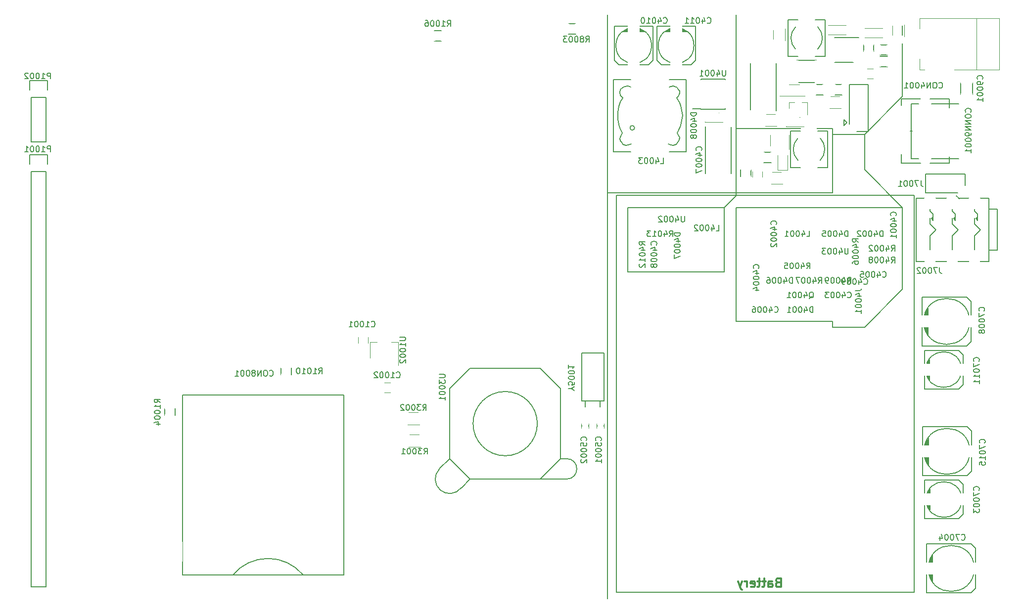
<source format=gbr>
G04 #@! TF.GenerationSoftware,KiCad,Pcbnew,no-vcs-found-2f9be81~58~ubuntu16.04.1*
G04 #@! TF.CreationDate,2017-04-05T21:19:04+02:00*
G04 #@! TF.ProjectId,peripheral-board,7065726970686572616C2D626F617264,rev?*
G04 #@! TF.FileFunction,Legend,Bot*
G04 #@! TF.FilePolarity,Positive*
%FSLAX46Y46*%
G04 Gerber Fmt 4.6, Leading zero omitted, Abs format (unit mm)*
G04 Created by KiCad (PCBNEW no-vcs-found-2f9be81~58~ubuntu16.04.1) date Wed Apr  5 21:19:04 2017*
%MOMM*%
%LPD*%
G01*
G04 APERTURE LIST*
%ADD10C,0.100000*%
%ADD11C,0.200000*%
%ADD12C,0.300000*%
%ADD13C,0.120000*%
%ADD14C,0.150000*%
%ADD15R,1.300000X2.100000*%
%ADD16R,1.200000X1.200000*%
%ADD17O,1.200000X1.200000*%
%ADD18R,1.700000X1.100000*%
%ADD19R,1.400000X1.650000*%
%ADD20R,1.650000X1.400000*%
%ADD21C,1.150000*%
%ADD22R,2.400000X3.400000*%
%ADD23R,1.400000X1.900000*%
%ADD24R,2.830000X2.770000*%
%ADD25R,2.800000X1.900000*%
%ADD26R,2.000000X1.400000*%
%ADD27C,1.670000*%
%ADD28C,2.400000*%
%ADD29R,2.400000X2.400000*%
%ADD30C,2.076400*%
%ADD31R,1.100000X1.700000*%
%ADD32R,2.000000X3.900000*%
%ADD33R,4.400500X2.000200*%
%ADD34R,3.999180X2.000200*%
%ADD35R,2.000200X3.999180*%
%ADD36R,5.800040X3.300680*%
%ADD37R,1.200000X1.300000*%
%ADD38C,1.950000*%
%ADD39R,2.400000X0.900000*%
%ADD40C,1.500000*%
%ADD41C,2.000000*%
%ADD42R,1.100000X1.900000*%
%ADD43O,5.200000X2.400000*%
%ADD44R,3.400000X5.200000*%
%ADD45C,5.200000*%
%ADD46R,1.400000X2.000000*%
%ADD47R,1.700000X2.100000*%
%ADD48R,0.850000X1.000000*%
%ADD49R,2.400000X1.500000*%
%ADD50R,1.200000X1.500000*%
%ADD51R,1.950000X1.000000*%
%ADD52R,1.290000X0.820000*%
%ADD53R,1.225000X1.112500*%
%ADD54R,1.050000X1.460000*%
%ADD55R,1.150000X1.200000*%
%ADD56R,3.400000X1.900000*%
%ADD57R,2.432000X2.127200*%
%ADD58O,2.432000X2.127200*%
G04 APERTURE END LIST*
D10*
D11*
X122000000Y69000000D02*
X122000000Y69500000D01*
X120000000Y67000000D02*
X122000000Y69000000D01*
X144000000Y73500000D02*
X144000000Y79500000D01*
X150500000Y67000000D02*
X144000000Y73500000D01*
X144000000Y46500000D02*
X150500000Y53000000D01*
X138500000Y46500000D02*
X144000000Y46500000D01*
X138500000Y47500000D02*
X138500000Y46500000D01*
X122000000Y47500000D02*
X138500000Y47500000D01*
X122000000Y67000000D02*
X122000000Y47500000D01*
X150500000Y67000000D02*
X150500000Y53000000D01*
X150500000Y67000000D02*
X122000000Y67000000D01*
X103500000Y56000000D02*
X103500000Y67000000D01*
X120000000Y56000000D02*
X103500000Y56000000D01*
X120000000Y67000000D02*
X120000000Y56000000D01*
X103500000Y67000000D02*
X120000000Y67000000D01*
X133500000Y80500000D02*
X138500000Y80500000D01*
X144000000Y79500000D02*
X138500000Y79500000D01*
X150500000Y86000000D02*
X144000000Y79500000D01*
X150500000Y99500000D02*
X150500000Y86000000D01*
X138500000Y69500000D02*
X122000000Y69500000D01*
X138500000Y80500000D02*
X138500000Y69500000D01*
X122000000Y80500000D02*
X133500000Y80500000D01*
X122000000Y69500000D02*
X100000000Y69500000D01*
X122000000Y100000000D02*
X122000000Y69500000D01*
X100000000Y0D02*
X100000000Y100000000D01*
D12*
X129207142Y2807143D02*
X128992857Y2735715D01*
X128921428Y2664286D01*
X128850000Y2521429D01*
X128850000Y2307143D01*
X128921428Y2164286D01*
X128992857Y2092858D01*
X129135714Y2021429D01*
X129707142Y2021429D01*
X129707142Y3521429D01*
X129207142Y3521429D01*
X129064285Y3450000D01*
X128992857Y3378572D01*
X128921428Y3235715D01*
X128921428Y3092858D01*
X128992857Y2950000D01*
X129064285Y2878572D01*
X129207142Y2807143D01*
X129707142Y2807143D01*
X127564285Y2021429D02*
X127564285Y2807143D01*
X127635714Y2950000D01*
X127778571Y3021429D01*
X128064285Y3021429D01*
X128207142Y2950000D01*
X127564285Y2092858D02*
X127707142Y2021429D01*
X128064285Y2021429D01*
X128207142Y2092858D01*
X128278571Y2235715D01*
X128278571Y2378572D01*
X128207142Y2521429D01*
X128064285Y2592858D01*
X127707142Y2592858D01*
X127564285Y2664286D01*
X127064285Y3021429D02*
X126492857Y3021429D01*
X126850000Y3521429D02*
X126850000Y2235715D01*
X126778571Y2092858D01*
X126635714Y2021429D01*
X126492857Y2021429D01*
X126207142Y3021429D02*
X125635714Y3021429D01*
X125992857Y3521429D02*
X125992857Y2235715D01*
X125921428Y2092858D01*
X125778571Y2021429D01*
X125635714Y2021429D01*
X124564285Y2092858D02*
X124707142Y2021429D01*
X124992857Y2021429D01*
X125135714Y2092858D01*
X125207142Y2235715D01*
X125207142Y2807143D01*
X125135714Y2950000D01*
X124992857Y3021429D01*
X124707142Y3021429D01*
X124564285Y2950000D01*
X124492857Y2807143D01*
X124492857Y2664286D01*
X125207142Y2521429D01*
X123850000Y2021429D02*
X123850000Y3021429D01*
X123850000Y2735715D02*
X123778571Y2878572D01*
X123707142Y2950000D01*
X123564285Y3021429D01*
X123421428Y3021429D01*
X123064285Y3021429D02*
X122707142Y2021429D01*
X122350000Y3021429D02*
X122707142Y2021429D01*
X122850000Y1664286D01*
X122921428Y1592858D01*
X123064285Y1521429D01*
D11*
X101500000Y69100000D02*
X152500000Y69100000D01*
X101500000Y1100000D02*
X101500000Y69100000D01*
X152500000Y1100000D02*
X101500000Y1100000D01*
X152500000Y69100000D02*
X152500000Y1100000D01*
D13*
X67800000Y31970000D02*
X65800000Y31970000D01*
X65800000Y29830000D02*
X67800000Y29830000D01*
X66000000Y26030000D02*
X68000000Y26030000D01*
X68000000Y28170000D02*
X66000000Y28170000D01*
D14*
X142720000Y80050000D02*
X144650000Y80050000D01*
X144650000Y80050000D02*
X144650000Y88050000D01*
X144650000Y88050000D02*
X141450000Y88050000D01*
X141450000Y88050000D02*
X141450000Y81320000D01*
X140950000Y81550000D02*
X140450000Y82050000D01*
X140450000Y82050000D02*
X140450000Y81050000D01*
X140450000Y81050000D02*
X140950000Y81550000D01*
X161200000Y70820000D02*
X161200000Y72750000D01*
X161200000Y72750000D02*
X154450000Y72750000D01*
X154450000Y72750000D02*
X154450000Y69550000D01*
X154450000Y69550000D02*
X159930000Y69550000D01*
X159700000Y69050000D02*
X159200000Y68550000D01*
X159200000Y68550000D02*
X160200000Y68550000D01*
X160200000Y68550000D02*
X159700000Y69050000D01*
X45875000Y38400000D02*
X45875000Y39600000D01*
X44125000Y39600000D02*
X44125000Y38400000D01*
D13*
X62800000Y35350000D02*
X61800000Y35350000D01*
X61800000Y37050000D02*
X62800000Y37050000D01*
X57350000Y43800000D02*
X57350000Y44800000D01*
X59050000Y44800000D02*
X59050000Y43800000D01*
X64200000Y43960000D02*
X63000000Y43960000D01*
X64200000Y39960000D02*
X64200000Y43960000D01*
X59400000Y43960000D02*
X59400000Y41260000D01*
X60600000Y43960000D02*
X59400000Y43960000D01*
D14*
X116800000Y72800000D02*
X116800000Y80900000D01*
X121200000Y80800000D02*
X121200000Y72800000D01*
X124500000Y83720000D02*
X124500000Y91720000D01*
X128900000Y91720000D02*
X128900000Y83620000D01*
X137650000Y80150000D02*
X137650000Y73850000D01*
X131350000Y80150000D02*
X131350000Y73850000D01*
X131350000Y80150000D02*
X133000000Y80150000D01*
X137650000Y80150000D02*
X136000000Y80150000D01*
X131350000Y73850000D02*
X133000000Y73850000D01*
X137650000Y73850000D02*
X136000000Y73850000D01*
X136405000Y78905000D02*
G75*
G02X136405000Y75095000I-1905000J-1905000D01*
G01*
X132595000Y75095000D02*
G75*
G02X132595000Y78905000I1905000J1905000D01*
G01*
X137250000Y99200000D02*
X137250000Y92900000D01*
X130950000Y99200000D02*
X130950000Y92900000D01*
X130950000Y99200000D02*
X132600000Y99200000D01*
X137250000Y99200000D02*
X135600000Y99200000D01*
X130950000Y92900000D02*
X132600000Y92900000D01*
X137250000Y92900000D02*
X135600000Y92900000D01*
X136005000Y97955000D02*
G75*
G02X136005000Y94145000I-1905000J-1905000D01*
G01*
X132195000Y94145000D02*
G75*
G02X132195000Y97955000I1905000J1905000D01*
G01*
X162525000Y88400000D02*
X162525000Y86400000D01*
X160475000Y86400000D02*
X160475000Y88400000D01*
X95595000Y33875000D02*
X99405000Y33875000D01*
X99405000Y33875000D02*
X99405000Y42130000D01*
X99405000Y42130000D02*
X95595000Y42130000D01*
X95595000Y42130000D02*
X95595000Y33875000D01*
X96230000Y31970000D02*
X96230000Y33875000D01*
X98770000Y31970000D02*
X98770000Y33875000D01*
X94550000Y98475000D02*
X93350000Y98475000D01*
X93350000Y96725000D02*
X94550000Y96725000D01*
X70400000Y95525000D02*
X71600000Y95525000D01*
X71600000Y97275000D02*
X70400000Y97275000D01*
X132372800Y92179600D02*
X135827200Y92179600D01*
X132372800Y88420400D02*
X135827200Y88420400D01*
X155039460Y4184000D02*
X155039460Y6216000D01*
X155166460Y6597000D02*
X155166460Y3803000D01*
X155293460Y3549000D02*
X155293460Y6851000D01*
X155420460Y7105000D02*
X155420460Y3295000D01*
X155547460Y7232000D02*
X155547460Y3168000D01*
X155674460Y2914000D02*
X155674460Y7486000D01*
X154658460Y1009000D02*
X154658460Y9391000D01*
X154658460Y9391000D02*
X162278460Y9391000D01*
X162278460Y9391000D02*
X163040460Y8629000D01*
X163040460Y8629000D02*
X163040460Y1771000D01*
X163040460Y1771000D02*
X162278460Y1009000D01*
X162278460Y1009000D02*
X154658460Y1009000D01*
X162532460Y5200000D02*
X161770460Y5200000D01*
X162151460Y4819000D02*
X162151460Y5581000D01*
X162786460Y5200000D02*
G75*
G03X162786460Y5200000I-3937000J0D01*
G01*
X154679000Y16237180D02*
X154679000Y17761180D01*
X154806000Y18142180D02*
X154806000Y15856180D01*
X154933000Y15602180D02*
X154933000Y18396180D01*
X155060000Y18650180D02*
X155060000Y15348180D01*
X155187000Y15221180D02*
X155187000Y18777180D01*
X154298000Y13697180D02*
X154298000Y20301180D01*
X154298000Y20301180D02*
X160140000Y20301180D01*
X160140000Y20301180D02*
X160902000Y19539180D01*
X160902000Y19539180D02*
X160902000Y14459180D01*
X160902000Y14459180D02*
X160140000Y13697180D01*
X160140000Y13697180D02*
X154298000Y13697180D01*
X159759000Y16999180D02*
X158997000Y16999180D01*
X159378000Y16618180D02*
X159378000Y17380180D01*
X160648000Y16999180D02*
G75*
G03X160648000Y16999180I-3048000J0D01*
G01*
X154629820Y38488000D02*
X154629820Y40012000D01*
X154756820Y40393000D02*
X154756820Y38107000D01*
X154883820Y37853000D02*
X154883820Y40647000D01*
X155010820Y40901000D02*
X155010820Y37599000D01*
X155137820Y37472000D02*
X155137820Y41028000D01*
X154248820Y35948000D02*
X154248820Y42552000D01*
X154248820Y42552000D02*
X160090820Y42552000D01*
X160090820Y42552000D02*
X160852820Y41790000D01*
X160852820Y41790000D02*
X160852820Y36710000D01*
X160852820Y36710000D02*
X160090820Y35948000D01*
X160090820Y35948000D02*
X154248820Y35948000D01*
X159709820Y39250000D02*
X158947820Y39250000D01*
X159328820Y38869000D02*
X159328820Y39631000D01*
X160598820Y39250000D02*
G75*
G03X160598820Y39250000I-3048000J0D01*
G01*
X114798820Y94749180D02*
G75*
G03X114798820Y94749180I-3048000J0D01*
G01*
X111369820Y92971180D02*
X112131820Y92971180D01*
X111750820Y92590180D02*
X111750820Y93352180D01*
X108448820Y92209180D02*
X108448820Y98051180D01*
X109210820Y91447180D02*
X108448820Y92209180D01*
X114290820Y91447180D02*
X109210820Y91447180D01*
X115052820Y92209180D02*
X114290820Y91447180D01*
X115052820Y98051180D02*
X115052820Y92209180D01*
X108448820Y98051180D02*
X115052820Y98051180D01*
X109972820Y97162180D02*
X113528820Y97162180D01*
X113401820Y97289180D02*
X110099820Y97289180D01*
X110353820Y97416180D02*
X113147820Y97416180D01*
X112893820Y97543180D02*
X110607820Y97543180D01*
X110988820Y97670180D02*
X112512820Y97670180D01*
X103738000Y97670180D02*
X105262000Y97670180D01*
X105643000Y97543180D02*
X103357000Y97543180D01*
X103103000Y97416180D02*
X105897000Y97416180D01*
X106151000Y97289180D02*
X102849000Y97289180D01*
X102722000Y97162180D02*
X106278000Y97162180D01*
X101198000Y98051180D02*
X107802000Y98051180D01*
X107802000Y98051180D02*
X107802000Y92209180D01*
X107802000Y92209180D02*
X107040000Y91447180D01*
X107040000Y91447180D02*
X101960000Y91447180D01*
X101960000Y91447180D02*
X101198000Y92209180D01*
X101198000Y92209180D02*
X101198000Y98051180D01*
X104500000Y92590180D02*
X104500000Y93352180D01*
X104119000Y92971180D02*
X104881000Y92971180D01*
X107548000Y94749180D02*
G75*
G03X107548000Y94749180I-3048000J0D01*
G01*
X104642314Y80648600D02*
G75*
G03X104642314Y80648600I-391234J0D01*
G01*
X103951360Y87648840D02*
X103849760Y87750440D01*
X103849760Y87750440D02*
X103450980Y87849500D01*
X103450980Y87849500D02*
X102950600Y87750440D01*
X102950600Y87750440D02*
X102650880Y87549780D01*
X102650880Y87549780D02*
X102249560Y87250060D01*
X102249560Y87250060D02*
X102150500Y86749680D01*
X102150500Y86749680D02*
X102249560Y86249300D01*
X102249560Y86249300D02*
X102551820Y85847980D01*
X102551820Y85847980D02*
X102650880Y85748920D01*
X102650880Y85748920D02*
X102249560Y85149480D01*
X102249560Y85149480D02*
X101949840Y84349380D01*
X101949840Y84349380D02*
X101751720Y83348620D01*
X101751720Y83348620D02*
X101751720Y82149740D01*
X101751720Y82149740D02*
X101949840Y81248040D01*
X101949840Y81248040D02*
X102150500Y80648600D01*
X102150500Y80648600D02*
X102351160Y80148220D01*
X102351160Y80148220D02*
X102551820Y79749440D01*
X102551820Y79749440D02*
X102351160Y79449720D01*
X102351160Y79449720D02*
X102150500Y78850280D01*
X102150500Y78850280D02*
X102249560Y78448960D01*
X102249560Y78448960D02*
X102450220Y78149240D01*
X102450220Y78149240D02*
X102650880Y77849520D01*
X102650880Y77849520D02*
X103151260Y77648860D01*
X103151260Y77648860D02*
X103651640Y77747920D01*
X103651640Y77747920D02*
X104050420Y77948580D01*
X110550280Y87648840D02*
X110850000Y87750440D01*
X110850000Y87750440D02*
X111251320Y87849500D01*
X111251320Y87849500D02*
X111551040Y87750440D01*
X111551040Y87750440D02*
X111949820Y87549780D01*
X111949820Y87549780D02*
X112150480Y87250060D01*
X112150480Y87250060D02*
X112351140Y86950340D01*
X112351140Y86950340D02*
X112351140Y86648080D01*
X112351140Y86648080D02*
X112252080Y86348360D01*
X112252080Y86348360D02*
X112150480Y86048640D01*
X112150480Y86048640D02*
X111850760Y85748920D01*
X111850760Y85748920D02*
X112150480Y85350140D01*
X112150480Y85350140D02*
X112351140Y84948820D01*
X112351140Y84948820D02*
X112551800Y84448440D01*
X112551800Y84448440D02*
X112749920Y83648340D01*
X112749920Y83648340D02*
X112851520Y82749180D01*
X112851520Y82749180D02*
X112749920Y81949080D01*
X112749920Y81949080D02*
X112551800Y81049920D01*
X112551800Y81049920D02*
X112150480Y80148220D01*
X112150480Y80148220D02*
X111949820Y79749440D01*
X111949820Y79749440D02*
X112150480Y79449720D01*
X112150480Y79449720D02*
X112351140Y79048400D01*
X112351140Y79048400D02*
X112252080Y78548020D01*
X112252080Y78548020D02*
X112051420Y78149240D01*
X112051420Y78149240D02*
X111751700Y77849520D01*
X111751700Y77849520D02*
X111251320Y77648860D01*
X111251320Y77648860D02*
X110750940Y77747920D01*
X110750940Y77747920D02*
X110451220Y77948580D01*
X103951360Y76549040D02*
X101050680Y76549040D01*
X101050680Y76549040D02*
X101050680Y88949320D01*
X101050680Y88949320D02*
X103951360Y88949320D01*
X113450960Y88949320D02*
X113450960Y76549040D01*
X113450960Y76549040D02*
X110550280Y76549040D01*
X113450960Y88949320D02*
X110550280Y88949320D01*
X154240540Y46484000D02*
X154240540Y48516000D01*
X154367540Y48897000D02*
X154367540Y46103000D01*
X154494540Y45849000D02*
X154494540Y49151000D01*
X154621540Y49405000D02*
X154621540Y45595000D01*
X154748540Y49532000D02*
X154748540Y45468000D01*
X154875540Y45214000D02*
X154875540Y49786000D01*
X153859540Y43309000D02*
X153859540Y51691000D01*
X153859540Y51691000D02*
X161479540Y51691000D01*
X161479540Y51691000D02*
X162241540Y50929000D01*
X162241540Y50929000D02*
X162241540Y44071000D01*
X162241540Y44071000D02*
X161479540Y43309000D01*
X161479540Y43309000D02*
X153859540Y43309000D01*
X161733540Y47500000D02*
X160971540Y47500000D01*
X161352540Y47119000D02*
X161352540Y47881000D01*
X161987540Y47500000D02*
G75*
G03X161987540Y47500000I-3937000J0D01*
G01*
X154290000Y24234000D02*
X154290000Y26266000D01*
X154417000Y26647000D02*
X154417000Y23853000D01*
X154544000Y23599000D02*
X154544000Y26901000D01*
X154671000Y27155000D02*
X154671000Y23345000D01*
X154798000Y27282000D02*
X154798000Y23218000D01*
X154925000Y22964000D02*
X154925000Y27536000D01*
X153909000Y21059000D02*
X153909000Y29441000D01*
X153909000Y29441000D02*
X161529000Y29441000D01*
X161529000Y29441000D02*
X162291000Y28679000D01*
X162291000Y28679000D02*
X162291000Y21821000D01*
X162291000Y21821000D02*
X161529000Y21059000D01*
X161529000Y21059000D02*
X153909000Y21059000D01*
X161783000Y25250000D02*
X161021000Y25250000D01*
X161402000Y24869000D02*
X161402000Y25631000D01*
X162037000Y25250000D02*
G75*
G03X162037000Y25250000I-3937000J0D01*
G01*
D13*
X131070000Y85060000D02*
X131070000Y83600000D01*
X134230000Y85060000D02*
X134230000Y82900000D01*
X134230000Y85060000D02*
X133300000Y85060000D01*
X131070000Y85060000D02*
X132000000Y85060000D01*
D14*
X25975000Y31400000D02*
X25975000Y32600000D01*
X24225000Y32600000D02*
X24225000Y31400000D01*
X152000000Y75400000D02*
X153300000Y75400000D01*
X152000000Y84800000D02*
X153300000Y84800000D01*
X152200000Y80100000D02*
X151800000Y80100000D01*
X155500000Y75400000D02*
X160100000Y75400000D01*
X152000000Y84800000D02*
X152000000Y75400000D01*
X160100000Y84800000D02*
X155500000Y84800000D01*
X158500000Y74600000D02*
X158500000Y75700000D01*
X155200000Y74600000D02*
X158500000Y74600000D01*
X150300000Y74600000D02*
X150300000Y76100000D01*
X153600000Y74600000D02*
X150300000Y74600000D01*
X158500000Y85600000D02*
X158500000Y84100000D01*
X155200000Y85600000D02*
X158500000Y85600000D01*
X150300000Y85600000D02*
X150300000Y84500000D01*
X153600000Y85600000D02*
X150300000Y85600000D01*
X128000000Y76475000D02*
X126800000Y76475000D01*
X126800000Y74725000D02*
X128000000Y74725000D01*
X138950000Y86325000D02*
X140150000Y86325000D01*
X140150000Y88075000D02*
X138950000Y88075000D01*
X146700000Y91125000D02*
X147900000Y91125000D01*
X147900000Y92875000D02*
X146700000Y92875000D01*
X136900000Y88075000D02*
X135700000Y88075000D01*
X135700000Y86325000D02*
X136900000Y86325000D01*
X143825000Y94950000D02*
X143825000Y93750000D01*
X145575000Y93750000D02*
X145575000Y94950000D01*
X147900000Y94875000D02*
X146700000Y94875000D01*
X146700000Y93125000D02*
X147900000Y93125000D01*
X122825000Y73500000D02*
X122825000Y72300000D01*
X124575000Y72300000D02*
X124575000Y73500000D01*
X165250000Y63200000D02*
X165250000Y57800000D01*
X165250000Y57800000D02*
X152850000Y57800000D01*
X152850000Y57800000D02*
X152850000Y68600000D01*
X152850000Y68600000D02*
X165250000Y68600000D01*
X165250000Y68600000D02*
X165250000Y63200000D01*
X165250000Y59700000D02*
X166750000Y59700000D01*
X166750000Y59700000D02*
X166750000Y66700000D01*
X166750000Y66700000D02*
X165250000Y66700000D01*
X162850000Y59500000D02*
X162850000Y62200000D01*
X162850000Y62200000D02*
X163850000Y63200000D01*
X163850000Y63200000D02*
X162850000Y64200000D01*
X162850000Y64200000D02*
X162850000Y65200000D01*
X162850000Y66900000D02*
X162850000Y66400000D01*
X162850000Y66400000D02*
X163350000Y65900000D01*
X163350000Y65900000D02*
X163350000Y65400000D01*
X163350000Y65400000D02*
X163050000Y65100000D01*
X163050000Y65100000D02*
X163350000Y64800000D01*
X163350000Y64800000D02*
X163350000Y65300000D01*
X159250000Y65100000D02*
X159550000Y64800000D01*
X160050000Y63200000D02*
X159050000Y64200000D01*
X159550000Y65400000D02*
X159250000Y65100000D01*
X159550000Y64800000D02*
X159550000Y65300000D01*
X159050000Y66900000D02*
X159050000Y66400000D01*
X159050000Y64200000D02*
X159050000Y65200000D01*
X159050000Y66400000D02*
X159550000Y65900000D01*
X159050000Y62200000D02*
X160050000Y63200000D01*
X159050000Y59500000D02*
X159050000Y62200000D01*
X159550000Y65900000D02*
X159550000Y65400000D01*
X156250000Y63200000D02*
X155250000Y64200000D01*
X155450000Y65100000D02*
X155750000Y64800000D01*
X155250000Y62200000D02*
X156250000Y63200000D01*
X155750000Y64800000D02*
X155750000Y65300000D01*
X155250000Y59500000D02*
X155250000Y62200000D01*
X155750000Y65400000D02*
X155450000Y65100000D01*
X155750000Y65900000D02*
X155750000Y65400000D01*
X155250000Y66900000D02*
X155250000Y66400000D01*
X155250000Y66400000D02*
X155750000Y65900000D01*
X155250000Y64200000D02*
X155250000Y65200000D01*
X35900000Y4100000D02*
G75*
G02X47900000Y4100000I6000000J-5000000D01*
G01*
X54900000Y4100000D02*
X54900000Y4900000D01*
X27300000Y4100000D02*
X54900000Y4100000D01*
X27300000Y4900000D02*
X27300000Y4100000D01*
X54900000Y34900000D02*
X54500000Y34900000D01*
X54900000Y9900000D02*
X54900000Y34900000D01*
X54900000Y9900000D02*
X54900000Y4900000D01*
X27300000Y34900000D02*
X54500000Y34900000D01*
X27300000Y4900000D02*
X27300000Y34900000D01*
D13*
X153450000Y99400000D02*
X153450000Y97550000D01*
X166950000Y99400000D02*
X153450000Y99400000D01*
X153450000Y90600000D02*
X154300000Y90600000D01*
X153450000Y92450000D02*
X153450000Y90600000D01*
X167050000Y99400000D02*
X166850000Y99400000D01*
X167050000Y90600000D02*
X167050000Y99400000D01*
X159350000Y90600000D02*
X167050000Y90600000D01*
X163150000Y99400000D02*
X163150000Y90600000D01*
X126550000Y73200000D02*
X126550000Y72200000D01*
X124850000Y72200000D02*
X124850000Y73200000D01*
X144500000Y90750000D02*
X145500000Y90750000D01*
X145500000Y89050000D02*
X144500000Y89050000D01*
X140000000Y84025000D02*
X138000000Y84025000D01*
X138000000Y86075000D02*
X140000000Y86075000D01*
X148775000Y96300000D02*
X148775000Y98300000D01*
X150825000Y98300000D02*
X150825000Y96300000D01*
X130425000Y97600000D02*
X130425000Y95600000D01*
X128375000Y95600000D02*
X128375000Y97600000D01*
X127000000Y83025000D02*
X129000000Y83025000D01*
X129000000Y80975000D02*
X127000000Y80975000D01*
X130000000Y71075000D02*
X128000000Y71075000D01*
X128000000Y73125000D02*
X130000000Y73125000D01*
X129450000Y88100000D02*
X133750000Y88100000D01*
X129450000Y86100000D02*
X129450000Y88100000D01*
X133750000Y86100000D02*
X129450000Y86100000D01*
X130850000Y73450000D02*
X130850000Y76000000D01*
X129150000Y73450000D02*
X129150000Y76000000D01*
X130850000Y73450000D02*
X129150000Y73450000D01*
X137750000Y96600000D02*
X140800000Y96600000D01*
X137750000Y98200000D02*
X137750000Y96600000D01*
X140800000Y98200000D02*
X137750000Y98200000D01*
X130550000Y80900000D02*
X133600000Y80900000D01*
X130550000Y82500000D02*
X130550000Y80900000D01*
X133600000Y82500000D02*
X130550000Y82500000D01*
X119750820Y83249180D02*
X116700820Y83249180D01*
X116700820Y83249180D02*
X116700820Y81649180D01*
X116700820Y81649180D02*
X119750820Y81649180D01*
X144000000Y96100000D02*
X147050000Y96100000D01*
X144000000Y97700000D02*
X144000000Y96100000D01*
X147050000Y97700000D02*
X144000000Y97700000D01*
D14*
X115975820Y83924180D02*
X114575820Y83924180D01*
X115975820Y89024180D02*
X120125820Y89024180D01*
X115975820Y83874180D02*
X120125820Y83874180D01*
X115975820Y89024180D02*
X115975820Y88879180D01*
X120125820Y89024180D02*
X120125820Y88879180D01*
X120125820Y83874180D02*
X120125820Y84019180D01*
X115975820Y83874180D02*
X115975820Y83924180D01*
X138862500Y96093750D02*
X138862500Y96028750D01*
X138862500Y91843750D02*
X138862500Y91908750D01*
X142112500Y91843750D02*
X142112500Y91908750D01*
X142112500Y96093750D02*
X138862500Y96093750D01*
X142112500Y91843750D02*
X138862500Y91843750D01*
X142112500Y96093750D02*
X143037500Y96093750D01*
D13*
X131110000Y79400000D02*
X131110000Y76950000D01*
X127890000Y77600000D02*
X127890000Y79400000D01*
D14*
X99400000Y29250000D02*
X99400000Y29950000D01*
X98200000Y29950000D02*
X98200000Y29250000D01*
X95600000Y29950000D02*
X95600000Y29250000D01*
X96800000Y29250000D02*
X96800000Y29950000D01*
X71250000Y22250000D02*
X73000000Y24000000D01*
X75000000Y19000000D02*
X76500000Y20500000D01*
X74979899Y19015076D02*
G75*
G02X71250000Y22250000I-1979899J1484924D01*
G01*
X93000000Y24000000D02*
X92000000Y24000000D01*
X93000000Y20500000D02*
X88500000Y20500000D01*
X93000000Y24000000D02*
G75*
G02X93000000Y20500000I0J-1750000D01*
G01*
X88000000Y30000000D02*
G75*
G03X88000000Y30000000I-5500000J0D01*
G01*
X88500000Y20500000D02*
X92000000Y24000000D01*
X92000000Y36000000D02*
X92000000Y24000000D01*
X76500000Y20500000D02*
X88500000Y20500000D01*
X73000000Y24000000D02*
X76500000Y20500000D01*
X73000000Y30000000D02*
X73000000Y24000000D01*
X88500000Y39500000D02*
X92000000Y36000000D01*
X76500000Y39500000D02*
X88500000Y39500000D01*
X73000000Y36000000D02*
X76500000Y39500000D01*
X73000000Y30000000D02*
X73000000Y36000000D01*
X1360000Y85890000D02*
X1360000Y78270000D01*
X3900000Y85890000D02*
X3900000Y78270000D01*
X4180000Y88710000D02*
X4180000Y87160000D01*
X1360000Y78270000D02*
X3900000Y78270000D01*
X3900000Y85890000D02*
X1360000Y85890000D01*
X1080000Y87160000D02*
X1080000Y88710000D01*
X1080000Y88710000D02*
X4180000Y88710000D01*
X1360000Y73190000D02*
X1360000Y2070000D01*
X1360000Y2070000D02*
X3900000Y2070000D01*
X3900000Y2070000D02*
X3900000Y73190000D01*
X4180000Y76010000D02*
X4180000Y74460000D01*
X3900000Y73190000D02*
X1360000Y73190000D01*
X1080000Y74460000D02*
X1080000Y76010000D01*
X1080000Y76010000D02*
X4180000Y76010000D01*
X68395238Y32297620D02*
X68728571Y32773810D01*
X68966666Y32297620D02*
X68966666Y33297620D01*
X68585714Y33297620D01*
X68490476Y33250000D01*
X68442857Y33202381D01*
X68395238Y33107143D01*
X68395238Y32964286D01*
X68442857Y32869048D01*
X68490476Y32821429D01*
X68585714Y32773810D01*
X68966666Y32773810D01*
X68061904Y33297620D02*
X67442857Y33297620D01*
X67776190Y32916667D01*
X67633333Y32916667D01*
X67538095Y32869048D01*
X67490476Y32821429D01*
X67442857Y32726191D01*
X67442857Y32488096D01*
X67490476Y32392858D01*
X67538095Y32345239D01*
X67633333Y32297620D01*
X67919047Y32297620D01*
X68014285Y32345239D01*
X68061904Y32392858D01*
X66823809Y33297620D02*
X66728571Y33297620D01*
X66633333Y33250000D01*
X66585714Y33202381D01*
X66538095Y33107143D01*
X66490476Y32916667D01*
X66490476Y32678572D01*
X66538095Y32488096D01*
X66585714Y32392858D01*
X66633333Y32345239D01*
X66728571Y32297620D01*
X66823809Y32297620D01*
X66919047Y32345239D01*
X66966666Y32392858D01*
X67014285Y32488096D01*
X67061904Y32678572D01*
X67061904Y32916667D01*
X67014285Y33107143D01*
X66966666Y33202381D01*
X66919047Y33250000D01*
X66823809Y33297620D01*
X65871428Y33297620D02*
X65776190Y33297620D01*
X65680952Y33250000D01*
X65633333Y33202381D01*
X65585714Y33107143D01*
X65538095Y32916667D01*
X65538095Y32678572D01*
X65585714Y32488096D01*
X65633333Y32392858D01*
X65680952Y32345239D01*
X65776190Y32297620D01*
X65871428Y32297620D01*
X65966666Y32345239D01*
X66014285Y32392858D01*
X66061904Y32488096D01*
X66109523Y32678572D01*
X66109523Y32916667D01*
X66061904Y33107143D01*
X66014285Y33202381D01*
X65966666Y33250000D01*
X65871428Y33297620D01*
X65157142Y33202381D02*
X65109523Y33250000D01*
X65014285Y33297620D01*
X64776190Y33297620D01*
X64680952Y33250000D01*
X64633333Y33202381D01*
X64585714Y33107143D01*
X64585714Y33011905D01*
X64633333Y32869048D01*
X65204761Y32297620D01*
X64585714Y32297620D01*
X68595238Y24797620D02*
X68928571Y25273810D01*
X69166666Y24797620D02*
X69166666Y25797620D01*
X68785714Y25797620D01*
X68690476Y25750000D01*
X68642857Y25702381D01*
X68595238Y25607143D01*
X68595238Y25464286D01*
X68642857Y25369048D01*
X68690476Y25321429D01*
X68785714Y25273810D01*
X69166666Y25273810D01*
X68261904Y25797620D02*
X67642857Y25797620D01*
X67976190Y25416667D01*
X67833333Y25416667D01*
X67738095Y25369048D01*
X67690476Y25321429D01*
X67642857Y25226191D01*
X67642857Y24988096D01*
X67690476Y24892858D01*
X67738095Y24845239D01*
X67833333Y24797620D01*
X68119047Y24797620D01*
X68214285Y24845239D01*
X68261904Y24892858D01*
X67023809Y25797620D02*
X66928571Y25797620D01*
X66833333Y25750000D01*
X66785714Y25702381D01*
X66738095Y25607143D01*
X66690476Y25416667D01*
X66690476Y25178572D01*
X66738095Y24988096D01*
X66785714Y24892858D01*
X66833333Y24845239D01*
X66928571Y24797620D01*
X67023809Y24797620D01*
X67119047Y24845239D01*
X67166666Y24892858D01*
X67214285Y24988096D01*
X67261904Y25178572D01*
X67261904Y25416667D01*
X67214285Y25607143D01*
X67166666Y25702381D01*
X67119047Y25750000D01*
X67023809Y25797620D01*
X66071428Y25797620D02*
X65976190Y25797620D01*
X65880952Y25750000D01*
X65833333Y25702381D01*
X65785714Y25607143D01*
X65738095Y25416667D01*
X65738095Y25178572D01*
X65785714Y24988096D01*
X65833333Y24892858D01*
X65880952Y24845239D01*
X65976190Y24797620D01*
X66071428Y24797620D01*
X66166666Y24845239D01*
X66214285Y24892858D01*
X66261904Y24988096D01*
X66309523Y25178572D01*
X66309523Y25416667D01*
X66261904Y25607143D01*
X66214285Y25702381D01*
X66166666Y25750000D01*
X66071428Y25797620D01*
X64785714Y24797620D02*
X65357142Y24797620D01*
X65071428Y24797620D02*
X65071428Y25797620D01*
X65166666Y25654762D01*
X65261904Y25559524D01*
X65357142Y25511905D01*
X142452380Y52761905D02*
X143166666Y52761905D01*
X143309523Y52809524D01*
X143404761Y52904762D01*
X143452380Y53047620D01*
X143452380Y53142858D01*
X142785714Y51857143D02*
X143452380Y51857143D01*
X142404761Y52095239D02*
X143119047Y52333334D01*
X143119047Y51714286D01*
X142452380Y51142858D02*
X142452380Y51047620D01*
X142500000Y50952381D01*
X142547619Y50904762D01*
X142642857Y50857143D01*
X142833333Y50809524D01*
X143071428Y50809524D01*
X143261904Y50857143D01*
X143357142Y50904762D01*
X143404761Y50952381D01*
X143452380Y51047620D01*
X143452380Y51142858D01*
X143404761Y51238096D01*
X143357142Y51285715D01*
X143261904Y51333334D01*
X143071428Y51380953D01*
X142833333Y51380953D01*
X142642857Y51333334D01*
X142547619Y51285715D01*
X142500000Y51238096D01*
X142452380Y51142858D01*
X142452380Y50190477D02*
X142452380Y50095239D01*
X142500000Y50000000D01*
X142547619Y49952381D01*
X142642857Y49904762D01*
X142833333Y49857143D01*
X143071428Y49857143D01*
X143261904Y49904762D01*
X143357142Y49952381D01*
X143404761Y50000000D01*
X143452380Y50095239D01*
X143452380Y50190477D01*
X143404761Y50285715D01*
X143357142Y50333334D01*
X143261904Y50380953D01*
X143071428Y50428572D01*
X142833333Y50428572D01*
X142642857Y50380953D01*
X142547619Y50333334D01*
X142500000Y50285715D01*
X142452380Y50190477D01*
X143452380Y48904762D02*
X143452380Y49476191D01*
X143452380Y49190477D02*
X142452380Y49190477D01*
X142595238Y49285715D01*
X142690476Y49380953D01*
X142738095Y49476191D01*
X156861904Y56747620D02*
X156861904Y56033334D01*
X156909523Y55890477D01*
X157004761Y55795239D01*
X157147619Y55747620D01*
X157242857Y55747620D01*
X156480952Y56747620D02*
X155814285Y56747620D01*
X156242857Y55747620D01*
X155242857Y56747620D02*
X155147619Y56747620D01*
X155052380Y56700000D01*
X155004761Y56652381D01*
X154957142Y56557143D01*
X154909523Y56366667D01*
X154909523Y56128572D01*
X154957142Y55938096D01*
X155004761Y55842858D01*
X155052380Y55795239D01*
X155147619Y55747620D01*
X155242857Y55747620D01*
X155338095Y55795239D01*
X155385714Y55842858D01*
X155433333Y55938096D01*
X155480952Y56128572D01*
X155480952Y56366667D01*
X155433333Y56557143D01*
X155385714Y56652381D01*
X155338095Y56700000D01*
X155242857Y56747620D01*
X154290476Y56747620D02*
X154195238Y56747620D01*
X154100000Y56700000D01*
X154052380Y56652381D01*
X154004761Y56557143D01*
X153957142Y56366667D01*
X153957142Y56128572D01*
X154004761Y55938096D01*
X154052380Y55842858D01*
X154100000Y55795239D01*
X154195238Y55747620D01*
X154290476Y55747620D01*
X154385714Y55795239D01*
X154433333Y55842858D01*
X154480952Y55938096D01*
X154528571Y56128572D01*
X154528571Y56366667D01*
X154480952Y56557143D01*
X154433333Y56652381D01*
X154385714Y56700000D01*
X154290476Y56747620D01*
X153576190Y56652381D02*
X153528571Y56700000D01*
X153433333Y56747620D01*
X153195238Y56747620D01*
X153100000Y56700000D01*
X153052380Y56652381D01*
X153004761Y56557143D01*
X153004761Y56461905D01*
X153052380Y56319048D01*
X153623809Y55747620D01*
X153004761Y55747620D01*
X50595238Y38547620D02*
X50928571Y39023810D01*
X51166666Y38547620D02*
X51166666Y39547620D01*
X50785714Y39547620D01*
X50690476Y39500000D01*
X50642857Y39452381D01*
X50595238Y39357143D01*
X50595238Y39214286D01*
X50642857Y39119048D01*
X50690476Y39071429D01*
X50785714Y39023810D01*
X51166666Y39023810D01*
X49642857Y38547620D02*
X50214285Y38547620D01*
X49928571Y38547620D02*
X49928571Y39547620D01*
X50023809Y39404762D01*
X50119047Y39309524D01*
X50214285Y39261905D01*
X49023809Y39547620D02*
X48928571Y39547620D01*
X48833333Y39500000D01*
X48785714Y39452381D01*
X48738095Y39357143D01*
X48690476Y39166667D01*
X48690476Y38928572D01*
X48738095Y38738096D01*
X48785714Y38642858D01*
X48833333Y38595239D01*
X48928571Y38547620D01*
X49023809Y38547620D01*
X49119047Y38595239D01*
X49166666Y38642858D01*
X49214285Y38738096D01*
X49261904Y38928572D01*
X49261904Y39166667D01*
X49214285Y39357143D01*
X49166666Y39452381D01*
X49119047Y39500000D01*
X49023809Y39547620D01*
X47738095Y38547620D02*
X48309523Y38547620D01*
X48023809Y38547620D02*
X48023809Y39547620D01*
X48119047Y39404762D01*
X48214285Y39309524D01*
X48309523Y39261905D01*
X47119047Y39547620D02*
X47023809Y39547620D01*
X46928571Y39500000D01*
X46880952Y39452381D01*
X46833333Y39357143D01*
X46785714Y39166667D01*
X46785714Y38928572D01*
X46833333Y38738096D01*
X46880952Y38642858D01*
X46928571Y38595239D01*
X47023809Y38547620D01*
X47119047Y38547620D01*
X47214285Y38595239D01*
X47261904Y38642858D01*
X47309523Y38738096D01*
X47357142Y38928572D01*
X47357142Y39166667D01*
X47309523Y39357143D01*
X47261904Y39452381D01*
X47214285Y39500000D01*
X47119047Y39547620D01*
X63895238Y37942858D02*
X63942857Y37895239D01*
X64085714Y37847620D01*
X64180952Y37847620D01*
X64323809Y37895239D01*
X64419047Y37990477D01*
X64466666Y38085715D01*
X64514285Y38276191D01*
X64514285Y38419048D01*
X64466666Y38609524D01*
X64419047Y38704762D01*
X64323809Y38800000D01*
X64180952Y38847620D01*
X64085714Y38847620D01*
X63942857Y38800000D01*
X63895238Y38752381D01*
X62942857Y37847620D02*
X63514285Y37847620D01*
X63228571Y37847620D02*
X63228571Y38847620D01*
X63323809Y38704762D01*
X63419047Y38609524D01*
X63514285Y38561905D01*
X62323809Y38847620D02*
X62228571Y38847620D01*
X62133333Y38800000D01*
X62085714Y38752381D01*
X62038095Y38657143D01*
X61990476Y38466667D01*
X61990476Y38228572D01*
X62038095Y38038096D01*
X62085714Y37942858D01*
X62133333Y37895239D01*
X62228571Y37847620D01*
X62323809Y37847620D01*
X62419047Y37895239D01*
X62466666Y37942858D01*
X62514285Y38038096D01*
X62561904Y38228572D01*
X62561904Y38466667D01*
X62514285Y38657143D01*
X62466666Y38752381D01*
X62419047Y38800000D01*
X62323809Y38847620D01*
X61371428Y38847620D02*
X61276190Y38847620D01*
X61180952Y38800000D01*
X61133333Y38752381D01*
X61085714Y38657143D01*
X61038095Y38466667D01*
X61038095Y38228572D01*
X61085714Y38038096D01*
X61133333Y37942858D01*
X61180952Y37895239D01*
X61276190Y37847620D01*
X61371428Y37847620D01*
X61466666Y37895239D01*
X61514285Y37942858D01*
X61561904Y38038096D01*
X61609523Y38228572D01*
X61609523Y38466667D01*
X61561904Y38657143D01*
X61514285Y38752381D01*
X61466666Y38800000D01*
X61371428Y38847620D01*
X60657142Y38752381D02*
X60609523Y38800000D01*
X60514285Y38847620D01*
X60276190Y38847620D01*
X60180952Y38800000D01*
X60133333Y38752381D01*
X60085714Y38657143D01*
X60085714Y38561905D01*
X60133333Y38419048D01*
X60704761Y37847620D01*
X60085714Y37847620D01*
X59595238Y46642858D02*
X59642857Y46595239D01*
X59785714Y46547620D01*
X59880952Y46547620D01*
X60023809Y46595239D01*
X60119047Y46690477D01*
X60166666Y46785715D01*
X60214285Y46976191D01*
X60214285Y47119048D01*
X60166666Y47309524D01*
X60119047Y47404762D01*
X60023809Y47500000D01*
X59880952Y47547620D01*
X59785714Y47547620D01*
X59642857Y47500000D01*
X59595238Y47452381D01*
X58642857Y46547620D02*
X59214285Y46547620D01*
X58928571Y46547620D02*
X58928571Y47547620D01*
X59023809Y47404762D01*
X59119047Y47309524D01*
X59214285Y47261905D01*
X58023809Y47547620D02*
X57928571Y47547620D01*
X57833333Y47500000D01*
X57785714Y47452381D01*
X57738095Y47357143D01*
X57690476Y47166667D01*
X57690476Y46928572D01*
X57738095Y46738096D01*
X57785714Y46642858D01*
X57833333Y46595239D01*
X57928571Y46547620D01*
X58023809Y46547620D01*
X58119047Y46595239D01*
X58166666Y46642858D01*
X58214285Y46738096D01*
X58261904Y46928572D01*
X58261904Y47166667D01*
X58214285Y47357143D01*
X58166666Y47452381D01*
X58119047Y47500000D01*
X58023809Y47547620D01*
X57071428Y47547620D02*
X56976190Y47547620D01*
X56880952Y47500000D01*
X56833333Y47452381D01*
X56785714Y47357143D01*
X56738095Y47166667D01*
X56738095Y46928572D01*
X56785714Y46738096D01*
X56833333Y46642858D01*
X56880952Y46595239D01*
X56976190Y46547620D01*
X57071428Y46547620D01*
X57166666Y46595239D01*
X57214285Y46642858D01*
X57261904Y46738096D01*
X57309523Y46928572D01*
X57309523Y47166667D01*
X57261904Y47357143D01*
X57214285Y47452381D01*
X57166666Y47500000D01*
X57071428Y47547620D01*
X55785714Y46547620D02*
X56357142Y46547620D01*
X56071428Y46547620D02*
X56071428Y47547620D01*
X56166666Y47404762D01*
X56261904Y47309524D01*
X56357142Y47261905D01*
X64452380Y44820477D02*
X65261904Y44820477D01*
X65357142Y44772858D01*
X65404761Y44725239D01*
X65452380Y44630000D01*
X65452380Y44439524D01*
X65404761Y44344286D01*
X65357142Y44296667D01*
X65261904Y44249048D01*
X64452380Y44249048D01*
X65452380Y43249048D02*
X65452380Y43820477D01*
X65452380Y43534762D02*
X64452380Y43534762D01*
X64595238Y43630000D01*
X64690476Y43725239D01*
X64738095Y43820477D01*
X64452380Y42630000D02*
X64452380Y42534762D01*
X64500000Y42439524D01*
X64547619Y42391905D01*
X64642857Y42344286D01*
X64833333Y42296667D01*
X65071428Y42296667D01*
X65261904Y42344286D01*
X65357142Y42391905D01*
X65404761Y42439524D01*
X65452380Y42534762D01*
X65452380Y42630000D01*
X65404761Y42725239D01*
X65357142Y42772858D01*
X65261904Y42820477D01*
X65071428Y42868096D01*
X64833333Y42868096D01*
X64642857Y42820477D01*
X64547619Y42772858D01*
X64500000Y42725239D01*
X64452380Y42630000D01*
X64452380Y41677620D02*
X64452380Y41582381D01*
X64500000Y41487143D01*
X64547619Y41439524D01*
X64642857Y41391905D01*
X64833333Y41344286D01*
X65071428Y41344286D01*
X65261904Y41391905D01*
X65357142Y41439524D01*
X65404761Y41487143D01*
X65452380Y41582381D01*
X65452380Y41677620D01*
X65404761Y41772858D01*
X65357142Y41820477D01*
X65261904Y41868096D01*
X65071428Y41915715D01*
X64833333Y41915715D01*
X64642857Y41868096D01*
X64547619Y41820477D01*
X64500000Y41772858D01*
X64452380Y41677620D01*
X64547619Y40963334D02*
X64500000Y40915715D01*
X64452380Y40820477D01*
X64452380Y40582381D01*
X64500000Y40487143D01*
X64547619Y40439524D01*
X64642857Y40391905D01*
X64738095Y40391905D01*
X64880952Y40439524D01*
X65452380Y41010953D01*
X65452380Y40391905D01*
X116057142Y76795239D02*
X116104761Y76842858D01*
X116152380Y76985715D01*
X116152380Y77080953D01*
X116104761Y77223810D01*
X116009523Y77319048D01*
X115914285Y77366667D01*
X115723809Y77414286D01*
X115580952Y77414286D01*
X115390476Y77366667D01*
X115295238Y77319048D01*
X115200000Y77223810D01*
X115152380Y77080953D01*
X115152380Y76985715D01*
X115200000Y76842858D01*
X115247619Y76795239D01*
X115485714Y75938096D02*
X116152380Y75938096D01*
X115104761Y76176191D02*
X115819047Y76414286D01*
X115819047Y75795239D01*
X115152380Y75223810D02*
X115152380Y75128572D01*
X115200000Y75033334D01*
X115247619Y74985715D01*
X115342857Y74938096D01*
X115533333Y74890477D01*
X115771428Y74890477D01*
X115961904Y74938096D01*
X116057142Y74985715D01*
X116104761Y75033334D01*
X116152380Y75128572D01*
X116152380Y75223810D01*
X116104761Y75319048D01*
X116057142Y75366667D01*
X115961904Y75414286D01*
X115771428Y75461905D01*
X115533333Y75461905D01*
X115342857Y75414286D01*
X115247619Y75366667D01*
X115200000Y75319048D01*
X115152380Y75223810D01*
X115152380Y74271429D02*
X115152380Y74176191D01*
X115200000Y74080953D01*
X115247619Y74033334D01*
X115342857Y73985715D01*
X115533333Y73938096D01*
X115771428Y73938096D01*
X115961904Y73985715D01*
X116057142Y74033334D01*
X116104761Y74080953D01*
X116152380Y74176191D01*
X116152380Y74271429D01*
X116104761Y74366667D01*
X116057142Y74414286D01*
X115961904Y74461905D01*
X115771428Y74509524D01*
X115533333Y74509524D01*
X115342857Y74461905D01*
X115247619Y74414286D01*
X115200000Y74366667D01*
X115152380Y74271429D01*
X115152380Y73604762D02*
X115152380Y72938096D01*
X116152380Y73366667D01*
X125857142Y56595239D02*
X125904761Y56642858D01*
X125952380Y56785715D01*
X125952380Y56880953D01*
X125904761Y57023810D01*
X125809523Y57119048D01*
X125714285Y57166667D01*
X125523809Y57214286D01*
X125380952Y57214286D01*
X125190476Y57166667D01*
X125095238Y57119048D01*
X125000000Y57023810D01*
X124952380Y56880953D01*
X124952380Y56785715D01*
X125000000Y56642858D01*
X125047619Y56595239D01*
X125285714Y55738096D02*
X125952380Y55738096D01*
X124904761Y55976191D02*
X125619047Y56214286D01*
X125619047Y55595239D01*
X124952380Y55023810D02*
X124952380Y54928572D01*
X125000000Y54833334D01*
X125047619Y54785715D01*
X125142857Y54738096D01*
X125333333Y54690477D01*
X125571428Y54690477D01*
X125761904Y54738096D01*
X125857142Y54785715D01*
X125904761Y54833334D01*
X125952380Y54928572D01*
X125952380Y55023810D01*
X125904761Y55119048D01*
X125857142Y55166667D01*
X125761904Y55214286D01*
X125571428Y55261905D01*
X125333333Y55261905D01*
X125142857Y55214286D01*
X125047619Y55166667D01*
X125000000Y55119048D01*
X124952380Y55023810D01*
X124952380Y54071429D02*
X124952380Y53976191D01*
X125000000Y53880953D01*
X125047619Y53833334D01*
X125142857Y53785715D01*
X125333333Y53738096D01*
X125571428Y53738096D01*
X125761904Y53785715D01*
X125857142Y53833334D01*
X125904761Y53880953D01*
X125952380Y53976191D01*
X125952380Y54071429D01*
X125904761Y54166667D01*
X125857142Y54214286D01*
X125761904Y54261905D01*
X125571428Y54309524D01*
X125333333Y54309524D01*
X125142857Y54261905D01*
X125047619Y54214286D01*
X125000000Y54166667D01*
X124952380Y54071429D01*
X125285714Y52880953D02*
X125952380Y52880953D01*
X124904761Y53119048D02*
X125619047Y53357143D01*
X125619047Y52738096D01*
X118595238Y63047620D02*
X119071428Y63047620D01*
X119071428Y64047620D01*
X117833333Y63714286D02*
X117833333Y63047620D01*
X118071428Y64095239D02*
X118309523Y63380953D01*
X117690476Y63380953D01*
X117119047Y64047620D02*
X117023809Y64047620D01*
X116928571Y64000000D01*
X116880952Y63952381D01*
X116833333Y63857143D01*
X116785714Y63666667D01*
X116785714Y63428572D01*
X116833333Y63238096D01*
X116880952Y63142858D01*
X116928571Y63095239D01*
X117023809Y63047620D01*
X117119047Y63047620D01*
X117214285Y63095239D01*
X117261904Y63142858D01*
X117309523Y63238096D01*
X117357142Y63428572D01*
X117357142Y63666667D01*
X117309523Y63857143D01*
X117261904Y63952381D01*
X117214285Y64000000D01*
X117119047Y64047620D01*
X116166666Y64047620D02*
X116071428Y64047620D01*
X115976190Y64000000D01*
X115928571Y63952381D01*
X115880952Y63857143D01*
X115833333Y63666667D01*
X115833333Y63428572D01*
X115880952Y63238096D01*
X115928571Y63142858D01*
X115976190Y63095239D01*
X116071428Y63047620D01*
X116166666Y63047620D01*
X116261904Y63095239D01*
X116309523Y63142858D01*
X116357142Y63238096D01*
X116404761Y63428572D01*
X116404761Y63666667D01*
X116357142Y63857143D01*
X116309523Y63952381D01*
X116261904Y64000000D01*
X116166666Y64047620D01*
X115452380Y63952381D02*
X115404761Y64000000D01*
X115309523Y64047620D01*
X115071428Y64047620D01*
X114976190Y64000000D01*
X114928571Y63952381D01*
X114880952Y63857143D01*
X114880952Y63761905D01*
X114928571Y63619048D01*
X115500000Y63047620D01*
X114880952Y63047620D01*
X134095238Y62047620D02*
X134571428Y62047620D01*
X134571428Y63047620D01*
X133333333Y62714286D02*
X133333333Y62047620D01*
X133571428Y63095239D02*
X133809523Y62380953D01*
X133190476Y62380953D01*
X132619047Y63047620D02*
X132523809Y63047620D01*
X132428571Y63000000D01*
X132380952Y62952381D01*
X132333333Y62857143D01*
X132285714Y62666667D01*
X132285714Y62428572D01*
X132333333Y62238096D01*
X132380952Y62142858D01*
X132428571Y62095239D01*
X132523809Y62047620D01*
X132619047Y62047620D01*
X132714285Y62095239D01*
X132761904Y62142858D01*
X132809523Y62238096D01*
X132857142Y62428572D01*
X132857142Y62666667D01*
X132809523Y62857143D01*
X132761904Y62952381D01*
X132714285Y63000000D01*
X132619047Y63047620D01*
X131666666Y63047620D02*
X131571428Y63047620D01*
X131476190Y63000000D01*
X131428571Y62952381D01*
X131380952Y62857143D01*
X131333333Y62666667D01*
X131333333Y62428572D01*
X131380952Y62238096D01*
X131428571Y62142858D01*
X131476190Y62095239D01*
X131571428Y62047620D01*
X131666666Y62047620D01*
X131761904Y62095239D01*
X131809523Y62142858D01*
X131857142Y62238096D01*
X131904761Y62428572D01*
X131904761Y62666667D01*
X131857142Y62857143D01*
X131809523Y62952381D01*
X131761904Y63000000D01*
X131666666Y63047620D01*
X130380952Y62047620D02*
X130952380Y62047620D01*
X130666666Y62047620D02*
X130666666Y63047620D01*
X130761904Y62904762D01*
X130857142Y62809524D01*
X130952380Y62761905D01*
X164157142Y88995239D02*
X164204761Y89042858D01*
X164252380Y89185715D01*
X164252380Y89280953D01*
X164204761Y89423810D01*
X164109523Y89519048D01*
X164014285Y89566667D01*
X163823809Y89614286D01*
X163680952Y89614286D01*
X163490476Y89566667D01*
X163395238Y89519048D01*
X163300000Y89423810D01*
X163252380Y89280953D01*
X163252380Y89185715D01*
X163300000Y89042858D01*
X163347619Y88995239D01*
X164252380Y88519048D02*
X164252380Y88328572D01*
X164204761Y88233334D01*
X164157142Y88185715D01*
X164014285Y88090477D01*
X163823809Y88042858D01*
X163442857Y88042858D01*
X163347619Y88090477D01*
X163300000Y88138096D01*
X163252380Y88233334D01*
X163252380Y88423810D01*
X163300000Y88519048D01*
X163347619Y88566667D01*
X163442857Y88614286D01*
X163680952Y88614286D01*
X163776190Y88566667D01*
X163823809Y88519048D01*
X163871428Y88423810D01*
X163871428Y88233334D01*
X163823809Y88138096D01*
X163776190Y88090477D01*
X163680952Y88042858D01*
X163252380Y87423810D02*
X163252380Y87328572D01*
X163300000Y87233334D01*
X163347619Y87185715D01*
X163442857Y87138096D01*
X163633333Y87090477D01*
X163871428Y87090477D01*
X164061904Y87138096D01*
X164157142Y87185715D01*
X164204761Y87233334D01*
X164252380Y87328572D01*
X164252380Y87423810D01*
X164204761Y87519048D01*
X164157142Y87566667D01*
X164061904Y87614286D01*
X163871428Y87661905D01*
X163633333Y87661905D01*
X163442857Y87614286D01*
X163347619Y87566667D01*
X163300000Y87519048D01*
X163252380Y87423810D01*
X163252380Y86471429D02*
X163252380Y86376191D01*
X163300000Y86280953D01*
X163347619Y86233334D01*
X163442857Y86185715D01*
X163633333Y86138096D01*
X163871428Y86138096D01*
X164061904Y86185715D01*
X164157142Y86233334D01*
X164204761Y86280953D01*
X164252380Y86376191D01*
X164252380Y86471429D01*
X164204761Y86566667D01*
X164157142Y86614286D01*
X164061904Y86661905D01*
X163871428Y86709524D01*
X163633333Y86709524D01*
X163442857Y86661905D01*
X163347619Y86614286D01*
X163300000Y86566667D01*
X163252380Y86471429D01*
X164252380Y85185715D02*
X164252380Y85757143D01*
X164252380Y85471429D02*
X163252380Y85471429D01*
X163395238Y85566667D01*
X163490476Y85661905D01*
X163538095Y85757143D01*
X93823809Y35995239D02*
X93347619Y35995239D01*
X94347619Y35661905D02*
X93823809Y35995239D01*
X94347619Y36328572D01*
X94347619Y37138096D02*
X94347619Y36661905D01*
X93871428Y36614286D01*
X93919047Y36661905D01*
X93966666Y36757143D01*
X93966666Y36995239D01*
X93919047Y37090477D01*
X93871428Y37138096D01*
X93776190Y37185715D01*
X93538095Y37185715D01*
X93442857Y37138096D01*
X93395238Y37090477D01*
X93347619Y36995239D01*
X93347619Y36757143D01*
X93395238Y36661905D01*
X93442857Y36614286D01*
X94347619Y37804762D02*
X94347619Y37900000D01*
X94300000Y37995239D01*
X94252380Y38042858D01*
X94157142Y38090477D01*
X93966666Y38138096D01*
X93728571Y38138096D01*
X93538095Y38090477D01*
X93442857Y38042858D01*
X93395238Y37995239D01*
X93347619Y37900000D01*
X93347619Y37804762D01*
X93395238Y37709524D01*
X93442857Y37661905D01*
X93538095Y37614286D01*
X93728571Y37566667D01*
X93966666Y37566667D01*
X94157142Y37614286D01*
X94252380Y37661905D01*
X94300000Y37709524D01*
X94347619Y37804762D01*
X94347619Y38757143D02*
X94347619Y38852381D01*
X94300000Y38947620D01*
X94252380Y38995239D01*
X94157142Y39042858D01*
X93966666Y39090477D01*
X93728571Y39090477D01*
X93538095Y39042858D01*
X93442857Y38995239D01*
X93395238Y38947620D01*
X93347619Y38852381D01*
X93347619Y38757143D01*
X93395238Y38661905D01*
X93442857Y38614286D01*
X93538095Y38566667D01*
X93728571Y38519048D01*
X93966666Y38519048D01*
X94157142Y38566667D01*
X94252380Y38614286D01*
X94300000Y38661905D01*
X94347619Y38757143D01*
X93347619Y40042858D02*
X93347619Y39471429D01*
X93347619Y39757143D02*
X94347619Y39757143D01*
X94204761Y39661905D01*
X94109523Y39566667D01*
X94061904Y39471429D01*
X96295238Y95347620D02*
X96628571Y95823810D01*
X96866666Y95347620D02*
X96866666Y96347620D01*
X96485714Y96347620D01*
X96390476Y96300000D01*
X96342857Y96252381D01*
X96295238Y96157143D01*
X96295238Y96014286D01*
X96342857Y95919048D01*
X96390476Y95871429D01*
X96485714Y95823810D01*
X96866666Y95823810D01*
X95723809Y95919048D02*
X95819047Y95966667D01*
X95866666Y96014286D01*
X95914285Y96109524D01*
X95914285Y96157143D01*
X95866666Y96252381D01*
X95819047Y96300000D01*
X95723809Y96347620D01*
X95533333Y96347620D01*
X95438095Y96300000D01*
X95390476Y96252381D01*
X95342857Y96157143D01*
X95342857Y96109524D01*
X95390476Y96014286D01*
X95438095Y95966667D01*
X95533333Y95919048D01*
X95723809Y95919048D01*
X95819047Y95871429D01*
X95866666Y95823810D01*
X95914285Y95728572D01*
X95914285Y95538096D01*
X95866666Y95442858D01*
X95819047Y95395239D01*
X95723809Y95347620D01*
X95533333Y95347620D01*
X95438095Y95395239D01*
X95390476Y95442858D01*
X95342857Y95538096D01*
X95342857Y95728572D01*
X95390476Y95823810D01*
X95438095Y95871429D01*
X95533333Y95919048D01*
X94723809Y96347620D02*
X94628571Y96347620D01*
X94533333Y96300000D01*
X94485714Y96252381D01*
X94438095Y96157143D01*
X94390476Y95966667D01*
X94390476Y95728572D01*
X94438095Y95538096D01*
X94485714Y95442858D01*
X94533333Y95395239D01*
X94628571Y95347620D01*
X94723809Y95347620D01*
X94819047Y95395239D01*
X94866666Y95442858D01*
X94914285Y95538096D01*
X94961904Y95728572D01*
X94961904Y95966667D01*
X94914285Y96157143D01*
X94866666Y96252381D01*
X94819047Y96300000D01*
X94723809Y96347620D01*
X93771428Y96347620D02*
X93676190Y96347620D01*
X93580952Y96300000D01*
X93533333Y96252381D01*
X93485714Y96157143D01*
X93438095Y95966667D01*
X93438095Y95728572D01*
X93485714Y95538096D01*
X93533333Y95442858D01*
X93580952Y95395239D01*
X93676190Y95347620D01*
X93771428Y95347620D01*
X93866666Y95395239D01*
X93914285Y95442858D01*
X93961904Y95538096D01*
X94009523Y95728572D01*
X94009523Y95966667D01*
X93961904Y96157143D01*
X93914285Y96252381D01*
X93866666Y96300000D01*
X93771428Y96347620D01*
X93104761Y96347620D02*
X92485714Y96347620D01*
X92819047Y95966667D01*
X92676190Y95966667D01*
X92580952Y95919048D01*
X92533333Y95871429D01*
X92485714Y95776191D01*
X92485714Y95538096D01*
X92533333Y95442858D01*
X92580952Y95395239D01*
X92676190Y95347620D01*
X92961904Y95347620D01*
X93057142Y95395239D01*
X93104761Y95442858D01*
X72595238Y98047620D02*
X72928571Y98523810D01*
X73166666Y98047620D02*
X73166666Y99047620D01*
X72785714Y99047620D01*
X72690476Y99000000D01*
X72642857Y98952381D01*
X72595238Y98857143D01*
X72595238Y98714286D01*
X72642857Y98619048D01*
X72690476Y98571429D01*
X72785714Y98523810D01*
X73166666Y98523810D01*
X71642857Y98047620D02*
X72214285Y98047620D01*
X71928571Y98047620D02*
X71928571Y99047620D01*
X72023809Y98904762D01*
X72119047Y98809524D01*
X72214285Y98761905D01*
X71023809Y99047620D02*
X70928571Y99047620D01*
X70833333Y99000000D01*
X70785714Y98952381D01*
X70738095Y98857143D01*
X70690476Y98666667D01*
X70690476Y98428572D01*
X70738095Y98238096D01*
X70785714Y98142858D01*
X70833333Y98095239D01*
X70928571Y98047620D01*
X71023809Y98047620D01*
X71119047Y98095239D01*
X71166666Y98142858D01*
X71214285Y98238096D01*
X71261904Y98428572D01*
X71261904Y98666667D01*
X71214285Y98857143D01*
X71166666Y98952381D01*
X71119047Y99000000D01*
X71023809Y99047620D01*
X70071428Y99047620D02*
X69976190Y99047620D01*
X69880952Y99000000D01*
X69833333Y98952381D01*
X69785714Y98857143D01*
X69738095Y98666667D01*
X69738095Y98428572D01*
X69785714Y98238096D01*
X69833333Y98142858D01*
X69880952Y98095239D01*
X69976190Y98047620D01*
X70071428Y98047620D01*
X70166666Y98095239D01*
X70214285Y98142858D01*
X70261904Y98238096D01*
X70309523Y98428572D01*
X70309523Y98666667D01*
X70261904Y98857143D01*
X70214285Y98952381D01*
X70166666Y99000000D01*
X70071428Y99047620D01*
X68880952Y99047620D02*
X69071428Y99047620D01*
X69166666Y99000000D01*
X69214285Y98952381D01*
X69309523Y98809524D01*
X69357142Y98619048D01*
X69357142Y98238096D01*
X69309523Y98142858D01*
X69261904Y98095239D01*
X69166666Y98047620D01*
X68976190Y98047620D01*
X68880952Y98095239D01*
X68833333Y98142858D01*
X68785714Y98238096D01*
X68785714Y98476191D01*
X68833333Y98571429D01*
X68880952Y98619048D01*
X68976190Y98666667D01*
X69166666Y98666667D01*
X69261904Y98619048D01*
X69309523Y98571429D01*
X69357142Y98476191D01*
X134095238Y56547620D02*
X134428571Y57023810D01*
X134666666Y56547620D02*
X134666666Y57547620D01*
X134285714Y57547620D01*
X134190476Y57500000D01*
X134142857Y57452381D01*
X134095238Y57357143D01*
X134095238Y57214286D01*
X134142857Y57119048D01*
X134190476Y57071429D01*
X134285714Y57023810D01*
X134666666Y57023810D01*
X133238095Y57214286D02*
X133238095Y56547620D01*
X133476190Y57595239D02*
X133714285Y56880953D01*
X133095238Y56880953D01*
X132523809Y57547620D02*
X132428571Y57547620D01*
X132333333Y57500000D01*
X132285714Y57452381D01*
X132238095Y57357143D01*
X132190476Y57166667D01*
X132190476Y56928572D01*
X132238095Y56738096D01*
X132285714Y56642858D01*
X132333333Y56595239D01*
X132428571Y56547620D01*
X132523809Y56547620D01*
X132619047Y56595239D01*
X132666666Y56642858D01*
X132714285Y56738096D01*
X132761904Y56928572D01*
X132761904Y57166667D01*
X132714285Y57357143D01*
X132666666Y57452381D01*
X132619047Y57500000D01*
X132523809Y57547620D01*
X131571428Y57547620D02*
X131476190Y57547620D01*
X131380952Y57500000D01*
X131333333Y57452381D01*
X131285714Y57357143D01*
X131238095Y57166667D01*
X131238095Y56928572D01*
X131285714Y56738096D01*
X131333333Y56642858D01*
X131380952Y56595239D01*
X131476190Y56547620D01*
X131571428Y56547620D01*
X131666666Y56595239D01*
X131714285Y56642858D01*
X131761904Y56738096D01*
X131809523Y56928572D01*
X131809523Y57166667D01*
X131761904Y57357143D01*
X131714285Y57452381D01*
X131666666Y57500000D01*
X131571428Y57547620D01*
X130333333Y57547620D02*
X130809523Y57547620D01*
X130857142Y57071429D01*
X130809523Y57119048D01*
X130714285Y57166667D01*
X130476190Y57166667D01*
X130380952Y57119048D01*
X130333333Y57071429D01*
X130285714Y56976191D01*
X130285714Y56738096D01*
X130333333Y56642858D01*
X130380952Y56595239D01*
X130476190Y56547620D01*
X130714285Y56547620D01*
X130809523Y56595239D01*
X130857142Y56642858D01*
X160595238Y10142858D02*
X160642857Y10095239D01*
X160785714Y10047620D01*
X160880952Y10047620D01*
X161023809Y10095239D01*
X161119047Y10190477D01*
X161166666Y10285715D01*
X161214285Y10476191D01*
X161214285Y10619048D01*
X161166666Y10809524D01*
X161119047Y10904762D01*
X161023809Y11000000D01*
X160880952Y11047620D01*
X160785714Y11047620D01*
X160642857Y11000000D01*
X160595238Y10952381D01*
X160261904Y11047620D02*
X159595238Y11047620D01*
X160023809Y10047620D01*
X159023809Y11047620D02*
X158928571Y11047620D01*
X158833333Y11000000D01*
X158785714Y10952381D01*
X158738095Y10857143D01*
X158690476Y10666667D01*
X158690476Y10428572D01*
X158738095Y10238096D01*
X158785714Y10142858D01*
X158833333Y10095239D01*
X158928571Y10047620D01*
X159023809Y10047620D01*
X159119047Y10095239D01*
X159166666Y10142858D01*
X159214285Y10238096D01*
X159261904Y10428572D01*
X159261904Y10666667D01*
X159214285Y10857143D01*
X159166666Y10952381D01*
X159119047Y11000000D01*
X159023809Y11047620D01*
X158071428Y11047620D02*
X157976190Y11047620D01*
X157880952Y11000000D01*
X157833333Y10952381D01*
X157785714Y10857143D01*
X157738095Y10666667D01*
X157738095Y10428572D01*
X157785714Y10238096D01*
X157833333Y10142858D01*
X157880952Y10095239D01*
X157976190Y10047620D01*
X158071428Y10047620D01*
X158166666Y10095239D01*
X158214285Y10142858D01*
X158261904Y10238096D01*
X158309523Y10428572D01*
X158309523Y10666667D01*
X158261904Y10857143D01*
X158214285Y10952381D01*
X158166666Y11000000D01*
X158071428Y11047620D01*
X156880952Y10714286D02*
X156880952Y10047620D01*
X157119047Y11095239D02*
X157357142Y10380953D01*
X156738095Y10380953D01*
X163557142Y18595239D02*
X163604761Y18642858D01*
X163652380Y18785715D01*
X163652380Y18880953D01*
X163604761Y19023810D01*
X163509523Y19119048D01*
X163414285Y19166667D01*
X163223809Y19214286D01*
X163080952Y19214286D01*
X162890476Y19166667D01*
X162795238Y19119048D01*
X162700000Y19023810D01*
X162652380Y18880953D01*
X162652380Y18785715D01*
X162700000Y18642858D01*
X162747619Y18595239D01*
X162652380Y18261905D02*
X162652380Y17595239D01*
X163652380Y18023810D01*
X162652380Y17023810D02*
X162652380Y16928572D01*
X162700000Y16833334D01*
X162747619Y16785715D01*
X162842857Y16738096D01*
X163033333Y16690477D01*
X163271428Y16690477D01*
X163461904Y16738096D01*
X163557142Y16785715D01*
X163604761Y16833334D01*
X163652380Y16928572D01*
X163652380Y17023810D01*
X163604761Y17119048D01*
X163557142Y17166667D01*
X163461904Y17214286D01*
X163271428Y17261905D01*
X163033333Y17261905D01*
X162842857Y17214286D01*
X162747619Y17166667D01*
X162700000Y17119048D01*
X162652380Y17023810D01*
X162652380Y16071429D02*
X162652380Y15976191D01*
X162700000Y15880953D01*
X162747619Y15833334D01*
X162842857Y15785715D01*
X163033333Y15738096D01*
X163271428Y15738096D01*
X163461904Y15785715D01*
X163557142Y15833334D01*
X163604761Y15880953D01*
X163652380Y15976191D01*
X163652380Y16071429D01*
X163604761Y16166667D01*
X163557142Y16214286D01*
X163461904Y16261905D01*
X163271428Y16309524D01*
X163033333Y16309524D01*
X162842857Y16261905D01*
X162747619Y16214286D01*
X162700000Y16166667D01*
X162652380Y16071429D01*
X162652380Y15404762D02*
X162652380Y14785715D01*
X163033333Y15119048D01*
X163033333Y14976191D01*
X163080952Y14880953D01*
X163128571Y14833334D01*
X163223809Y14785715D01*
X163461904Y14785715D01*
X163557142Y14833334D01*
X163604761Y14880953D01*
X163652380Y14976191D01*
X163652380Y15261905D01*
X163604761Y15357143D01*
X163557142Y15404762D01*
X163557142Y40695239D02*
X163604761Y40742858D01*
X163652380Y40885715D01*
X163652380Y40980953D01*
X163604761Y41123810D01*
X163509523Y41219048D01*
X163414285Y41266667D01*
X163223809Y41314286D01*
X163080952Y41314286D01*
X162890476Y41266667D01*
X162795238Y41219048D01*
X162700000Y41123810D01*
X162652380Y40980953D01*
X162652380Y40885715D01*
X162700000Y40742858D01*
X162747619Y40695239D01*
X162652380Y40361905D02*
X162652380Y39695239D01*
X163652380Y40123810D01*
X162652380Y39123810D02*
X162652380Y39028572D01*
X162700000Y38933334D01*
X162747619Y38885715D01*
X162842857Y38838096D01*
X163033333Y38790477D01*
X163271428Y38790477D01*
X163461904Y38838096D01*
X163557142Y38885715D01*
X163604761Y38933334D01*
X163652380Y39028572D01*
X163652380Y39123810D01*
X163604761Y39219048D01*
X163557142Y39266667D01*
X163461904Y39314286D01*
X163271428Y39361905D01*
X163033333Y39361905D01*
X162842857Y39314286D01*
X162747619Y39266667D01*
X162700000Y39219048D01*
X162652380Y39123810D01*
X163652380Y37838096D02*
X163652380Y38409524D01*
X163652380Y38123810D02*
X162652380Y38123810D01*
X162795238Y38219048D01*
X162890476Y38314286D01*
X162938095Y38409524D01*
X163652380Y36885715D02*
X163652380Y37457143D01*
X163652380Y37171429D02*
X162652380Y37171429D01*
X162795238Y37266667D01*
X162890476Y37361905D01*
X162938095Y37457143D01*
X117095238Y98642858D02*
X117142857Y98595239D01*
X117285714Y98547620D01*
X117380952Y98547620D01*
X117523809Y98595239D01*
X117619047Y98690477D01*
X117666666Y98785715D01*
X117714285Y98976191D01*
X117714285Y99119048D01*
X117666666Y99309524D01*
X117619047Y99404762D01*
X117523809Y99500000D01*
X117380952Y99547620D01*
X117285714Y99547620D01*
X117142857Y99500000D01*
X117095238Y99452381D01*
X116238095Y99214286D02*
X116238095Y98547620D01*
X116476190Y99595239D02*
X116714285Y98880953D01*
X116095238Y98880953D01*
X115523809Y99547620D02*
X115428571Y99547620D01*
X115333333Y99500000D01*
X115285714Y99452381D01*
X115238095Y99357143D01*
X115190476Y99166667D01*
X115190476Y98928572D01*
X115238095Y98738096D01*
X115285714Y98642858D01*
X115333333Y98595239D01*
X115428571Y98547620D01*
X115523809Y98547620D01*
X115619047Y98595239D01*
X115666666Y98642858D01*
X115714285Y98738096D01*
X115761904Y98928572D01*
X115761904Y99166667D01*
X115714285Y99357143D01*
X115666666Y99452381D01*
X115619047Y99500000D01*
X115523809Y99547620D01*
X114238095Y98547620D02*
X114809523Y98547620D01*
X114523809Y98547620D02*
X114523809Y99547620D01*
X114619047Y99404762D01*
X114714285Y99309524D01*
X114809523Y99261905D01*
X113285714Y98547620D02*
X113857142Y98547620D01*
X113571428Y98547620D02*
X113571428Y99547620D01*
X113666666Y99404762D01*
X113761904Y99309524D01*
X113857142Y99261905D01*
X109595238Y98642858D02*
X109642857Y98595239D01*
X109785714Y98547620D01*
X109880952Y98547620D01*
X110023809Y98595239D01*
X110119047Y98690477D01*
X110166666Y98785715D01*
X110214285Y98976191D01*
X110214285Y99119048D01*
X110166666Y99309524D01*
X110119047Y99404762D01*
X110023809Y99500000D01*
X109880952Y99547620D01*
X109785714Y99547620D01*
X109642857Y99500000D01*
X109595238Y99452381D01*
X108738095Y99214286D02*
X108738095Y98547620D01*
X108976190Y99595239D02*
X109214285Y98880953D01*
X108595238Y98880953D01*
X108023809Y99547620D02*
X107928571Y99547620D01*
X107833333Y99500000D01*
X107785714Y99452381D01*
X107738095Y99357143D01*
X107690476Y99166667D01*
X107690476Y98928572D01*
X107738095Y98738096D01*
X107785714Y98642858D01*
X107833333Y98595239D01*
X107928571Y98547620D01*
X108023809Y98547620D01*
X108119047Y98595239D01*
X108166666Y98642858D01*
X108214285Y98738096D01*
X108261904Y98928572D01*
X108261904Y99166667D01*
X108214285Y99357143D01*
X108166666Y99452381D01*
X108119047Y99500000D01*
X108023809Y99547620D01*
X106738095Y98547620D02*
X107309523Y98547620D01*
X107023809Y98547620D02*
X107023809Y99547620D01*
X107119047Y99404762D01*
X107214285Y99309524D01*
X107309523Y99261905D01*
X106119047Y99547620D02*
X106023809Y99547620D01*
X105928571Y99500000D01*
X105880952Y99452381D01*
X105833333Y99357143D01*
X105785714Y99166667D01*
X105785714Y98928572D01*
X105833333Y98738096D01*
X105880952Y98642858D01*
X105928571Y98595239D01*
X106023809Y98547620D01*
X106119047Y98547620D01*
X106214285Y98595239D01*
X106261904Y98642858D01*
X106309523Y98738096D01*
X106357142Y98928572D01*
X106357142Y99166667D01*
X106309523Y99357143D01*
X106261904Y99452381D01*
X106214285Y99500000D01*
X106119047Y99547620D01*
X109095238Y74547620D02*
X109571428Y74547620D01*
X109571428Y75547620D01*
X108333333Y75214286D02*
X108333333Y74547620D01*
X108571428Y75595239D02*
X108809523Y74880953D01*
X108190476Y74880953D01*
X107619047Y75547620D02*
X107523809Y75547620D01*
X107428571Y75500000D01*
X107380952Y75452381D01*
X107333333Y75357143D01*
X107285714Y75166667D01*
X107285714Y74928572D01*
X107333333Y74738096D01*
X107380952Y74642858D01*
X107428571Y74595239D01*
X107523809Y74547620D01*
X107619047Y74547620D01*
X107714285Y74595239D01*
X107761904Y74642858D01*
X107809523Y74738096D01*
X107857142Y74928572D01*
X107857142Y75166667D01*
X107809523Y75357143D01*
X107761904Y75452381D01*
X107714285Y75500000D01*
X107619047Y75547620D01*
X106666666Y75547620D02*
X106571428Y75547620D01*
X106476190Y75500000D01*
X106428571Y75452381D01*
X106380952Y75357143D01*
X106333333Y75166667D01*
X106333333Y74928572D01*
X106380952Y74738096D01*
X106428571Y74642858D01*
X106476190Y74595239D01*
X106571428Y74547620D01*
X106666666Y74547620D01*
X106761904Y74595239D01*
X106809523Y74642858D01*
X106857142Y74738096D01*
X106904761Y74928572D01*
X106904761Y75166667D01*
X106857142Y75357143D01*
X106809523Y75452381D01*
X106761904Y75500000D01*
X106666666Y75547620D01*
X106000000Y75547620D02*
X105380952Y75547620D01*
X105714285Y75166667D01*
X105571428Y75166667D01*
X105476190Y75119048D01*
X105428571Y75071429D01*
X105380952Y74976191D01*
X105380952Y74738096D01*
X105428571Y74642858D01*
X105476190Y74595239D01*
X105571428Y74547620D01*
X105857142Y74547620D01*
X105952380Y74595239D01*
X106000000Y74642858D01*
X164457142Y49295239D02*
X164504761Y49342858D01*
X164552380Y49485715D01*
X164552380Y49580953D01*
X164504761Y49723810D01*
X164409523Y49819048D01*
X164314285Y49866667D01*
X164123809Y49914286D01*
X163980952Y49914286D01*
X163790476Y49866667D01*
X163695238Y49819048D01*
X163600000Y49723810D01*
X163552380Y49580953D01*
X163552380Y49485715D01*
X163600000Y49342858D01*
X163647619Y49295239D01*
X163552380Y48961905D02*
X163552380Y48295239D01*
X164552380Y48723810D01*
X163552380Y47723810D02*
X163552380Y47628572D01*
X163600000Y47533334D01*
X163647619Y47485715D01*
X163742857Y47438096D01*
X163933333Y47390477D01*
X164171428Y47390477D01*
X164361904Y47438096D01*
X164457142Y47485715D01*
X164504761Y47533334D01*
X164552380Y47628572D01*
X164552380Y47723810D01*
X164504761Y47819048D01*
X164457142Y47866667D01*
X164361904Y47914286D01*
X164171428Y47961905D01*
X163933333Y47961905D01*
X163742857Y47914286D01*
X163647619Y47866667D01*
X163600000Y47819048D01*
X163552380Y47723810D01*
X163552380Y46771429D02*
X163552380Y46676191D01*
X163600000Y46580953D01*
X163647619Y46533334D01*
X163742857Y46485715D01*
X163933333Y46438096D01*
X164171428Y46438096D01*
X164361904Y46485715D01*
X164457142Y46533334D01*
X164504761Y46580953D01*
X164552380Y46676191D01*
X164552380Y46771429D01*
X164504761Y46866667D01*
X164457142Y46914286D01*
X164361904Y46961905D01*
X164171428Y47009524D01*
X163933333Y47009524D01*
X163742857Y46961905D01*
X163647619Y46914286D01*
X163600000Y46866667D01*
X163552380Y46771429D01*
X163980952Y45866667D02*
X163933333Y45961905D01*
X163885714Y46009524D01*
X163790476Y46057143D01*
X163742857Y46057143D01*
X163647619Y46009524D01*
X163600000Y45961905D01*
X163552380Y45866667D01*
X163552380Y45676191D01*
X163600000Y45580953D01*
X163647619Y45533334D01*
X163742857Y45485715D01*
X163790476Y45485715D01*
X163885714Y45533334D01*
X163933333Y45580953D01*
X163980952Y45676191D01*
X163980952Y45866667D01*
X164028571Y45961905D01*
X164076190Y46009524D01*
X164171428Y46057143D01*
X164361904Y46057143D01*
X164457142Y46009524D01*
X164504761Y45961905D01*
X164552380Y45866667D01*
X164552380Y45676191D01*
X164504761Y45580953D01*
X164457142Y45533334D01*
X164361904Y45485715D01*
X164171428Y45485715D01*
X164076190Y45533334D01*
X164028571Y45580953D01*
X163980952Y45676191D01*
X164557142Y26695239D02*
X164604761Y26742858D01*
X164652380Y26885715D01*
X164652380Y26980953D01*
X164604761Y27123810D01*
X164509523Y27219048D01*
X164414285Y27266667D01*
X164223809Y27314286D01*
X164080952Y27314286D01*
X163890476Y27266667D01*
X163795238Y27219048D01*
X163700000Y27123810D01*
X163652380Y26980953D01*
X163652380Y26885715D01*
X163700000Y26742858D01*
X163747619Y26695239D01*
X163652380Y26361905D02*
X163652380Y25695239D01*
X164652380Y26123810D01*
X163652380Y25123810D02*
X163652380Y25028572D01*
X163700000Y24933334D01*
X163747619Y24885715D01*
X163842857Y24838096D01*
X164033333Y24790477D01*
X164271428Y24790477D01*
X164461904Y24838096D01*
X164557142Y24885715D01*
X164604761Y24933334D01*
X164652380Y25028572D01*
X164652380Y25123810D01*
X164604761Y25219048D01*
X164557142Y25266667D01*
X164461904Y25314286D01*
X164271428Y25361905D01*
X164033333Y25361905D01*
X163842857Y25314286D01*
X163747619Y25266667D01*
X163700000Y25219048D01*
X163652380Y25123810D01*
X164652380Y23838096D02*
X164652380Y24409524D01*
X164652380Y24123810D02*
X163652380Y24123810D01*
X163795238Y24219048D01*
X163890476Y24314286D01*
X163938095Y24409524D01*
X163652380Y22933334D02*
X163652380Y23409524D01*
X164128571Y23457143D01*
X164080952Y23409524D01*
X164033333Y23314286D01*
X164033333Y23076191D01*
X164080952Y22980953D01*
X164128571Y22933334D01*
X164223809Y22885715D01*
X164461904Y22885715D01*
X164557142Y22933334D01*
X164604761Y22980953D01*
X164652380Y23076191D01*
X164652380Y23314286D01*
X164604761Y23409524D01*
X164557142Y23457143D01*
X134523809Y51452381D02*
X134619047Y51500000D01*
X134714285Y51595239D01*
X134857142Y51738096D01*
X134952380Y51785715D01*
X135047619Y51785715D01*
X135000000Y51547620D02*
X135095238Y51595239D01*
X135190476Y51690477D01*
X135238095Y51880953D01*
X135238095Y52214286D01*
X135190476Y52404762D01*
X135095238Y52500000D01*
X135000000Y52547620D01*
X134809523Y52547620D01*
X134714285Y52500000D01*
X134619047Y52404762D01*
X134571428Y52214286D01*
X134571428Y51880953D01*
X134619047Y51690477D01*
X134714285Y51595239D01*
X134809523Y51547620D01*
X135000000Y51547620D01*
X133714285Y52214286D02*
X133714285Y51547620D01*
X133952380Y52595239D02*
X134190476Y51880953D01*
X133571428Y51880953D01*
X133000000Y52547620D02*
X132904761Y52547620D01*
X132809523Y52500000D01*
X132761904Y52452381D01*
X132714285Y52357143D01*
X132666666Y52166667D01*
X132666666Y51928572D01*
X132714285Y51738096D01*
X132761904Y51642858D01*
X132809523Y51595239D01*
X132904761Y51547620D01*
X133000000Y51547620D01*
X133095238Y51595239D01*
X133142857Y51642858D01*
X133190476Y51738096D01*
X133238095Y51928572D01*
X133238095Y52166667D01*
X133190476Y52357143D01*
X133142857Y52452381D01*
X133095238Y52500000D01*
X133000000Y52547620D01*
X132047619Y52547620D02*
X131952380Y52547620D01*
X131857142Y52500000D01*
X131809523Y52452381D01*
X131761904Y52357143D01*
X131714285Y52166667D01*
X131714285Y51928572D01*
X131761904Y51738096D01*
X131809523Y51642858D01*
X131857142Y51595239D01*
X131952380Y51547620D01*
X132047619Y51547620D01*
X132142857Y51595239D01*
X132190476Y51642858D01*
X132238095Y51738096D01*
X132285714Y51928572D01*
X132285714Y52166667D01*
X132238095Y52357143D01*
X132190476Y52452381D01*
X132142857Y52500000D01*
X132047619Y52547620D01*
X130761904Y51547620D02*
X131333333Y51547620D01*
X131047619Y51547620D02*
X131047619Y52547620D01*
X131142857Y52404762D01*
X131238095Y52309524D01*
X131333333Y52261905D01*
X23452380Y33595239D02*
X22976190Y33928572D01*
X23452380Y34166667D02*
X22452380Y34166667D01*
X22452380Y33785715D01*
X22500000Y33690477D01*
X22547619Y33642858D01*
X22642857Y33595239D01*
X22785714Y33595239D01*
X22880952Y33642858D01*
X22928571Y33690477D01*
X22976190Y33785715D01*
X22976190Y34166667D01*
X23452380Y32642858D02*
X23452380Y33214286D01*
X23452380Y32928572D02*
X22452380Y32928572D01*
X22595238Y33023810D01*
X22690476Y33119048D01*
X22738095Y33214286D01*
X22452380Y32023810D02*
X22452380Y31928572D01*
X22500000Y31833334D01*
X22547619Y31785715D01*
X22642857Y31738096D01*
X22833333Y31690477D01*
X23071428Y31690477D01*
X23261904Y31738096D01*
X23357142Y31785715D01*
X23404761Y31833334D01*
X23452380Y31928572D01*
X23452380Y32023810D01*
X23404761Y32119048D01*
X23357142Y32166667D01*
X23261904Y32214286D01*
X23071428Y32261905D01*
X22833333Y32261905D01*
X22642857Y32214286D01*
X22547619Y32166667D01*
X22500000Y32119048D01*
X22452380Y32023810D01*
X22452380Y31071429D02*
X22452380Y30976191D01*
X22500000Y30880953D01*
X22547619Y30833334D01*
X22642857Y30785715D01*
X22833333Y30738096D01*
X23071428Y30738096D01*
X23261904Y30785715D01*
X23357142Y30833334D01*
X23404761Y30880953D01*
X23452380Y30976191D01*
X23452380Y31071429D01*
X23404761Y31166667D01*
X23357142Y31214286D01*
X23261904Y31261905D01*
X23071428Y31309524D01*
X22833333Y31309524D01*
X22642857Y31261905D01*
X22547619Y31214286D01*
X22500000Y31166667D01*
X22452380Y31071429D01*
X22785714Y29880953D02*
X23452380Y29880953D01*
X22404761Y30119048D02*
X23119047Y30357143D01*
X23119047Y29738096D01*
X162157142Y83366667D02*
X162204761Y83414286D01*
X162252380Y83557143D01*
X162252380Y83652381D01*
X162204761Y83795239D01*
X162109523Y83890477D01*
X162014285Y83938096D01*
X161823809Y83985715D01*
X161680952Y83985715D01*
X161490476Y83938096D01*
X161395238Y83890477D01*
X161300000Y83795239D01*
X161252380Y83652381D01*
X161252380Y83557143D01*
X161300000Y83414286D01*
X161347619Y83366667D01*
X161252380Y82747620D02*
X161252380Y82557143D01*
X161300000Y82461905D01*
X161395238Y82366667D01*
X161585714Y82319048D01*
X161919047Y82319048D01*
X162109523Y82366667D01*
X162204761Y82461905D01*
X162252380Y82557143D01*
X162252380Y82747620D01*
X162204761Y82842858D01*
X162109523Y82938096D01*
X161919047Y82985715D01*
X161585714Y82985715D01*
X161395238Y82938096D01*
X161300000Y82842858D01*
X161252380Y82747620D01*
X162252380Y81890477D02*
X161252380Y81890477D01*
X162252380Y81319048D01*
X161252380Y81319048D01*
X162252380Y80842858D02*
X161252380Y80842858D01*
X162252380Y80271429D01*
X161252380Y80271429D01*
X162252380Y79747620D02*
X162252380Y79557143D01*
X162204761Y79461905D01*
X162157142Y79414286D01*
X162014285Y79319048D01*
X161823809Y79271429D01*
X161442857Y79271429D01*
X161347619Y79319048D01*
X161300000Y79366667D01*
X161252380Y79461905D01*
X161252380Y79652381D01*
X161300000Y79747620D01*
X161347619Y79795239D01*
X161442857Y79842858D01*
X161680952Y79842858D01*
X161776190Y79795239D01*
X161823809Y79747620D01*
X161871428Y79652381D01*
X161871428Y79461905D01*
X161823809Y79366667D01*
X161776190Y79319048D01*
X161680952Y79271429D01*
X161252380Y78652381D02*
X161252380Y78557143D01*
X161300000Y78461905D01*
X161347619Y78414286D01*
X161442857Y78366667D01*
X161633333Y78319048D01*
X161871428Y78319048D01*
X162061904Y78366667D01*
X162157142Y78414286D01*
X162204761Y78461905D01*
X162252380Y78557143D01*
X162252380Y78652381D01*
X162204761Y78747620D01*
X162157142Y78795239D01*
X162061904Y78842858D01*
X161871428Y78890477D01*
X161633333Y78890477D01*
X161442857Y78842858D01*
X161347619Y78795239D01*
X161300000Y78747620D01*
X161252380Y78652381D01*
X161252380Y77700000D02*
X161252380Y77604762D01*
X161300000Y77509524D01*
X161347619Y77461905D01*
X161442857Y77414286D01*
X161633333Y77366667D01*
X161871428Y77366667D01*
X162061904Y77414286D01*
X162157142Y77461905D01*
X162204761Y77509524D01*
X162252380Y77604762D01*
X162252380Y77700000D01*
X162204761Y77795239D01*
X162157142Y77842858D01*
X162061904Y77890477D01*
X161871428Y77938096D01*
X161633333Y77938096D01*
X161442857Y77890477D01*
X161347619Y77842858D01*
X161300000Y77795239D01*
X161252380Y77700000D01*
X162252380Y76414286D02*
X162252380Y76985715D01*
X162252380Y76700000D02*
X161252380Y76700000D01*
X161395238Y76795239D01*
X161490476Y76890477D01*
X161538095Y76985715D01*
X110595238Y62047620D02*
X110928571Y62523810D01*
X111166666Y62047620D02*
X111166666Y63047620D01*
X110785714Y63047620D01*
X110690476Y63000000D01*
X110642857Y62952381D01*
X110595238Y62857143D01*
X110595238Y62714286D01*
X110642857Y62619048D01*
X110690476Y62571429D01*
X110785714Y62523810D01*
X111166666Y62523810D01*
X109738095Y62714286D02*
X109738095Y62047620D01*
X109976190Y63095239D02*
X110214285Y62380953D01*
X109595238Y62380953D01*
X109023809Y63047620D02*
X108928571Y63047620D01*
X108833333Y63000000D01*
X108785714Y62952381D01*
X108738095Y62857143D01*
X108690476Y62666667D01*
X108690476Y62428572D01*
X108738095Y62238096D01*
X108785714Y62142858D01*
X108833333Y62095239D01*
X108928571Y62047620D01*
X109023809Y62047620D01*
X109119047Y62095239D01*
X109166666Y62142858D01*
X109214285Y62238096D01*
X109261904Y62428572D01*
X109261904Y62666667D01*
X109214285Y62857143D01*
X109166666Y62952381D01*
X109119047Y63000000D01*
X109023809Y63047620D01*
X107738095Y62047620D02*
X108309523Y62047620D01*
X108023809Y62047620D02*
X108023809Y63047620D01*
X108119047Y62904762D01*
X108214285Y62809524D01*
X108309523Y62761905D01*
X107404761Y63047620D02*
X106785714Y63047620D01*
X107119047Y62666667D01*
X106976190Y62666667D01*
X106880952Y62619048D01*
X106833333Y62571429D01*
X106785714Y62476191D01*
X106785714Y62238096D01*
X106833333Y62142858D01*
X106880952Y62095239D01*
X106976190Y62047620D01*
X107261904Y62047620D01*
X107357142Y62095239D01*
X107404761Y62142858D01*
X141095238Y54047620D02*
X141428571Y54523810D01*
X141666666Y54047620D02*
X141666666Y55047620D01*
X141285714Y55047620D01*
X141190476Y55000000D01*
X141142857Y54952381D01*
X141095238Y54857143D01*
X141095238Y54714286D01*
X141142857Y54619048D01*
X141190476Y54571429D01*
X141285714Y54523810D01*
X141666666Y54523810D01*
X140238095Y54714286D02*
X140238095Y54047620D01*
X140476190Y55095239D02*
X140714285Y54380953D01*
X140095238Y54380953D01*
X139523809Y55047620D02*
X139428571Y55047620D01*
X139333333Y55000000D01*
X139285714Y54952381D01*
X139238095Y54857143D01*
X139190476Y54666667D01*
X139190476Y54428572D01*
X139238095Y54238096D01*
X139285714Y54142858D01*
X139333333Y54095239D01*
X139428571Y54047620D01*
X139523809Y54047620D01*
X139619047Y54095239D01*
X139666666Y54142858D01*
X139714285Y54238096D01*
X139761904Y54428572D01*
X139761904Y54666667D01*
X139714285Y54857143D01*
X139666666Y54952381D01*
X139619047Y55000000D01*
X139523809Y55047620D01*
X138571428Y55047620D02*
X138476190Y55047620D01*
X138380952Y55000000D01*
X138333333Y54952381D01*
X138285714Y54857143D01*
X138238095Y54666667D01*
X138238095Y54428572D01*
X138285714Y54238096D01*
X138333333Y54142858D01*
X138380952Y54095239D01*
X138476190Y54047620D01*
X138571428Y54047620D01*
X138666666Y54095239D01*
X138714285Y54142858D01*
X138761904Y54238096D01*
X138809523Y54428572D01*
X138809523Y54666667D01*
X138761904Y54857143D01*
X138714285Y54952381D01*
X138666666Y55000000D01*
X138571428Y55047620D01*
X137761904Y54047620D02*
X137571428Y54047620D01*
X137476190Y54095239D01*
X137428571Y54142858D01*
X137333333Y54285715D01*
X137285714Y54476191D01*
X137285714Y54857143D01*
X137333333Y54952381D01*
X137380952Y55000000D01*
X137476190Y55047620D01*
X137666666Y55047620D01*
X137761904Y55000000D01*
X137809523Y54952381D01*
X137857142Y54857143D01*
X137857142Y54619048D01*
X137809523Y54523810D01*
X137761904Y54476191D01*
X137666666Y54428572D01*
X137476190Y54428572D01*
X137380952Y54476191D01*
X137333333Y54523810D01*
X137285714Y54619048D01*
X148595238Y57547620D02*
X148928571Y58023810D01*
X149166666Y57547620D02*
X149166666Y58547620D01*
X148785714Y58547620D01*
X148690476Y58500000D01*
X148642857Y58452381D01*
X148595238Y58357143D01*
X148595238Y58214286D01*
X148642857Y58119048D01*
X148690476Y58071429D01*
X148785714Y58023810D01*
X149166666Y58023810D01*
X147738095Y58214286D02*
X147738095Y57547620D01*
X147976190Y58595239D02*
X148214285Y57880953D01*
X147595238Y57880953D01*
X147023809Y58547620D02*
X146928571Y58547620D01*
X146833333Y58500000D01*
X146785714Y58452381D01*
X146738095Y58357143D01*
X146690476Y58166667D01*
X146690476Y57928572D01*
X146738095Y57738096D01*
X146785714Y57642858D01*
X146833333Y57595239D01*
X146928571Y57547620D01*
X147023809Y57547620D01*
X147119047Y57595239D01*
X147166666Y57642858D01*
X147214285Y57738096D01*
X147261904Y57928572D01*
X147261904Y58166667D01*
X147214285Y58357143D01*
X147166666Y58452381D01*
X147119047Y58500000D01*
X147023809Y58547620D01*
X146071428Y58547620D02*
X145976190Y58547620D01*
X145880952Y58500000D01*
X145833333Y58452381D01*
X145785714Y58357143D01*
X145738095Y58166667D01*
X145738095Y57928572D01*
X145785714Y57738096D01*
X145833333Y57642858D01*
X145880952Y57595239D01*
X145976190Y57547620D01*
X146071428Y57547620D01*
X146166666Y57595239D01*
X146214285Y57642858D01*
X146261904Y57738096D01*
X146309523Y57928572D01*
X146309523Y58166667D01*
X146261904Y58357143D01*
X146214285Y58452381D01*
X146166666Y58500000D01*
X146071428Y58547620D01*
X145166666Y58119048D02*
X145261904Y58166667D01*
X145309523Y58214286D01*
X145357142Y58309524D01*
X145357142Y58357143D01*
X145309523Y58452381D01*
X145261904Y58500000D01*
X145166666Y58547620D01*
X144976190Y58547620D01*
X144880952Y58500000D01*
X144833333Y58452381D01*
X144785714Y58357143D01*
X144785714Y58309524D01*
X144833333Y58214286D01*
X144880952Y58166667D01*
X144976190Y58119048D01*
X145166666Y58119048D01*
X145261904Y58071429D01*
X145309523Y58023810D01*
X145357142Y57928572D01*
X145357142Y57738096D01*
X145309523Y57642858D01*
X145261904Y57595239D01*
X145166666Y57547620D01*
X144976190Y57547620D01*
X144880952Y57595239D01*
X144833333Y57642858D01*
X144785714Y57738096D01*
X144785714Y57928572D01*
X144833333Y58023810D01*
X144880952Y58071429D01*
X144976190Y58119048D01*
X136095238Y54047620D02*
X136428571Y54523810D01*
X136666666Y54047620D02*
X136666666Y55047620D01*
X136285714Y55047620D01*
X136190476Y55000000D01*
X136142857Y54952381D01*
X136095238Y54857143D01*
X136095238Y54714286D01*
X136142857Y54619048D01*
X136190476Y54571429D01*
X136285714Y54523810D01*
X136666666Y54523810D01*
X135238095Y54714286D02*
X135238095Y54047620D01*
X135476190Y55095239D02*
X135714285Y54380953D01*
X135095238Y54380953D01*
X134523809Y55047620D02*
X134428571Y55047620D01*
X134333333Y55000000D01*
X134285714Y54952381D01*
X134238095Y54857143D01*
X134190476Y54666667D01*
X134190476Y54428572D01*
X134238095Y54238096D01*
X134285714Y54142858D01*
X134333333Y54095239D01*
X134428571Y54047620D01*
X134523809Y54047620D01*
X134619047Y54095239D01*
X134666666Y54142858D01*
X134714285Y54238096D01*
X134761904Y54428572D01*
X134761904Y54666667D01*
X134714285Y54857143D01*
X134666666Y54952381D01*
X134619047Y55000000D01*
X134523809Y55047620D01*
X133571428Y55047620D02*
X133476190Y55047620D01*
X133380952Y55000000D01*
X133333333Y54952381D01*
X133285714Y54857143D01*
X133238095Y54666667D01*
X133238095Y54428572D01*
X133285714Y54238096D01*
X133333333Y54142858D01*
X133380952Y54095239D01*
X133476190Y54047620D01*
X133571428Y54047620D01*
X133666666Y54095239D01*
X133714285Y54142858D01*
X133761904Y54238096D01*
X133809523Y54428572D01*
X133809523Y54666667D01*
X133761904Y54857143D01*
X133714285Y54952381D01*
X133666666Y55000000D01*
X133571428Y55047620D01*
X132904761Y55047620D02*
X132238095Y55047620D01*
X132666666Y54047620D01*
X142952380Y61095239D02*
X142476190Y61428572D01*
X142952380Y61666667D02*
X141952380Y61666667D01*
X141952380Y61285715D01*
X142000000Y61190477D01*
X142047619Y61142858D01*
X142142857Y61095239D01*
X142285714Y61095239D01*
X142380952Y61142858D01*
X142428571Y61190477D01*
X142476190Y61285715D01*
X142476190Y61666667D01*
X142285714Y60238096D02*
X142952380Y60238096D01*
X141904761Y60476191D02*
X142619047Y60714286D01*
X142619047Y60095239D01*
X141952380Y59523810D02*
X141952380Y59428572D01*
X142000000Y59333334D01*
X142047619Y59285715D01*
X142142857Y59238096D01*
X142333333Y59190477D01*
X142571428Y59190477D01*
X142761904Y59238096D01*
X142857142Y59285715D01*
X142904761Y59333334D01*
X142952380Y59428572D01*
X142952380Y59523810D01*
X142904761Y59619048D01*
X142857142Y59666667D01*
X142761904Y59714286D01*
X142571428Y59761905D01*
X142333333Y59761905D01*
X142142857Y59714286D01*
X142047619Y59666667D01*
X142000000Y59619048D01*
X141952380Y59523810D01*
X141952380Y58571429D02*
X141952380Y58476191D01*
X142000000Y58380953D01*
X142047619Y58333334D01*
X142142857Y58285715D01*
X142333333Y58238096D01*
X142571428Y58238096D01*
X142761904Y58285715D01*
X142857142Y58333334D01*
X142904761Y58380953D01*
X142952380Y58476191D01*
X142952380Y58571429D01*
X142904761Y58666667D01*
X142857142Y58714286D01*
X142761904Y58761905D01*
X142571428Y58809524D01*
X142333333Y58809524D01*
X142142857Y58761905D01*
X142047619Y58714286D01*
X142000000Y58666667D01*
X141952380Y58571429D01*
X141952380Y57380953D02*
X141952380Y57571429D01*
X142000000Y57666667D01*
X142047619Y57714286D01*
X142190476Y57809524D01*
X142380952Y57857143D01*
X142761904Y57857143D01*
X142857142Y57809524D01*
X142904761Y57761905D01*
X142952380Y57666667D01*
X142952380Y57476191D01*
X142904761Y57380953D01*
X142857142Y57333334D01*
X142761904Y57285715D01*
X142523809Y57285715D01*
X142428571Y57333334D01*
X142380952Y57380953D01*
X142333333Y57476191D01*
X142333333Y57666667D01*
X142380952Y57761905D01*
X142428571Y57809524D01*
X142523809Y57857143D01*
X148595238Y59547620D02*
X148928571Y60023810D01*
X149166666Y59547620D02*
X149166666Y60547620D01*
X148785714Y60547620D01*
X148690476Y60500000D01*
X148642857Y60452381D01*
X148595238Y60357143D01*
X148595238Y60214286D01*
X148642857Y60119048D01*
X148690476Y60071429D01*
X148785714Y60023810D01*
X149166666Y60023810D01*
X147738095Y60214286D02*
X147738095Y59547620D01*
X147976190Y60595239D02*
X148214285Y59880953D01*
X147595238Y59880953D01*
X147023809Y60547620D02*
X146928571Y60547620D01*
X146833333Y60500000D01*
X146785714Y60452381D01*
X146738095Y60357143D01*
X146690476Y60166667D01*
X146690476Y59928572D01*
X146738095Y59738096D01*
X146785714Y59642858D01*
X146833333Y59595239D01*
X146928571Y59547620D01*
X147023809Y59547620D01*
X147119047Y59595239D01*
X147166666Y59642858D01*
X147214285Y59738096D01*
X147261904Y59928572D01*
X147261904Y60166667D01*
X147214285Y60357143D01*
X147166666Y60452381D01*
X147119047Y60500000D01*
X147023809Y60547620D01*
X146071428Y60547620D02*
X145976190Y60547620D01*
X145880952Y60500000D01*
X145833333Y60452381D01*
X145785714Y60357143D01*
X145738095Y60166667D01*
X145738095Y59928572D01*
X145785714Y59738096D01*
X145833333Y59642858D01*
X145880952Y59595239D01*
X145976190Y59547620D01*
X146071428Y59547620D01*
X146166666Y59595239D01*
X146214285Y59642858D01*
X146261904Y59738096D01*
X146309523Y59928572D01*
X146309523Y60166667D01*
X146261904Y60357143D01*
X146214285Y60452381D01*
X146166666Y60500000D01*
X146071428Y60547620D01*
X145357142Y60452381D02*
X145309523Y60500000D01*
X145214285Y60547620D01*
X144976190Y60547620D01*
X144880952Y60500000D01*
X144833333Y60452381D01*
X144785714Y60357143D01*
X144785714Y60261905D01*
X144833333Y60119048D01*
X145404761Y59547620D01*
X144785714Y59547620D01*
X106452380Y60595239D02*
X105976190Y60928572D01*
X106452380Y61166667D02*
X105452380Y61166667D01*
X105452380Y60785715D01*
X105500000Y60690477D01*
X105547619Y60642858D01*
X105642857Y60595239D01*
X105785714Y60595239D01*
X105880952Y60642858D01*
X105928571Y60690477D01*
X105976190Y60785715D01*
X105976190Y61166667D01*
X105785714Y59738096D02*
X106452380Y59738096D01*
X105404761Y59976191D02*
X106119047Y60214286D01*
X106119047Y59595239D01*
X105452380Y59023810D02*
X105452380Y58928572D01*
X105500000Y58833334D01*
X105547619Y58785715D01*
X105642857Y58738096D01*
X105833333Y58690477D01*
X106071428Y58690477D01*
X106261904Y58738096D01*
X106357142Y58785715D01*
X106404761Y58833334D01*
X106452380Y58928572D01*
X106452380Y59023810D01*
X106404761Y59119048D01*
X106357142Y59166667D01*
X106261904Y59214286D01*
X106071428Y59261905D01*
X105833333Y59261905D01*
X105642857Y59214286D01*
X105547619Y59166667D01*
X105500000Y59119048D01*
X105452380Y59023810D01*
X106452380Y57738096D02*
X106452380Y58309524D01*
X106452380Y58023810D02*
X105452380Y58023810D01*
X105595238Y58119048D01*
X105690476Y58214286D01*
X105738095Y58309524D01*
X105547619Y57357143D02*
X105500000Y57309524D01*
X105452380Y57214286D01*
X105452380Y56976191D01*
X105500000Y56880953D01*
X105547619Y56833334D01*
X105642857Y56785715D01*
X105738095Y56785715D01*
X105880952Y56833334D01*
X106452380Y57404762D01*
X106452380Y56785715D01*
X153661904Y71647620D02*
X153661904Y70933334D01*
X153709523Y70790477D01*
X153804761Y70695239D01*
X153947619Y70647620D01*
X154042857Y70647620D01*
X153280952Y71647620D02*
X152614285Y71647620D01*
X153042857Y70647620D01*
X152042857Y71647620D02*
X151947619Y71647620D01*
X151852380Y71600000D01*
X151804761Y71552381D01*
X151757142Y71457143D01*
X151709523Y71266667D01*
X151709523Y71028572D01*
X151757142Y70838096D01*
X151804761Y70742858D01*
X151852380Y70695239D01*
X151947619Y70647620D01*
X152042857Y70647620D01*
X152138095Y70695239D01*
X152185714Y70742858D01*
X152233333Y70838096D01*
X152280952Y71028572D01*
X152280952Y71266667D01*
X152233333Y71457143D01*
X152185714Y71552381D01*
X152138095Y71600000D01*
X152042857Y71647620D01*
X151090476Y71647620D02*
X150995238Y71647620D01*
X150900000Y71600000D01*
X150852380Y71552381D01*
X150804761Y71457143D01*
X150757142Y71266667D01*
X150757142Y71028572D01*
X150804761Y70838096D01*
X150852380Y70742858D01*
X150900000Y70695239D01*
X150995238Y70647620D01*
X151090476Y70647620D01*
X151185714Y70695239D01*
X151233333Y70742858D01*
X151280952Y70838096D01*
X151328571Y71028572D01*
X151328571Y71266667D01*
X151280952Y71457143D01*
X151233333Y71552381D01*
X151185714Y71600000D01*
X151090476Y71647620D01*
X149804761Y70647620D02*
X150376190Y70647620D01*
X150090476Y70647620D02*
X150090476Y71647620D01*
X150185714Y71504762D01*
X150280952Y71409524D01*
X150376190Y71361905D01*
X42192857Y38242858D02*
X42240476Y38195239D01*
X42383333Y38147620D01*
X42478571Y38147620D01*
X42621428Y38195239D01*
X42716666Y38290477D01*
X42764285Y38385715D01*
X42811904Y38576191D01*
X42811904Y38719048D01*
X42764285Y38909524D01*
X42716666Y39004762D01*
X42621428Y39100000D01*
X42478571Y39147620D01*
X42383333Y39147620D01*
X42240476Y39100000D01*
X42192857Y39052381D01*
X41573809Y39147620D02*
X41383333Y39147620D01*
X41288095Y39100000D01*
X41192857Y39004762D01*
X41145238Y38814286D01*
X41145238Y38480953D01*
X41192857Y38290477D01*
X41288095Y38195239D01*
X41383333Y38147620D01*
X41573809Y38147620D01*
X41669047Y38195239D01*
X41764285Y38290477D01*
X41811904Y38480953D01*
X41811904Y38814286D01*
X41764285Y39004762D01*
X41669047Y39100000D01*
X41573809Y39147620D01*
X40716666Y38147620D02*
X40716666Y39147620D01*
X40145238Y38147620D01*
X40145238Y39147620D01*
X39526190Y38719048D02*
X39621428Y38766667D01*
X39669047Y38814286D01*
X39716666Y38909524D01*
X39716666Y38957143D01*
X39669047Y39052381D01*
X39621428Y39100000D01*
X39526190Y39147620D01*
X39335714Y39147620D01*
X39240476Y39100000D01*
X39192857Y39052381D01*
X39145238Y38957143D01*
X39145238Y38909524D01*
X39192857Y38814286D01*
X39240476Y38766667D01*
X39335714Y38719048D01*
X39526190Y38719048D01*
X39621428Y38671429D01*
X39669047Y38623810D01*
X39716666Y38528572D01*
X39716666Y38338096D01*
X39669047Y38242858D01*
X39621428Y38195239D01*
X39526190Y38147620D01*
X39335714Y38147620D01*
X39240476Y38195239D01*
X39192857Y38242858D01*
X39145238Y38338096D01*
X39145238Y38528572D01*
X39192857Y38623810D01*
X39240476Y38671429D01*
X39335714Y38719048D01*
X38526190Y39147620D02*
X38430952Y39147620D01*
X38335714Y39100000D01*
X38288095Y39052381D01*
X38240476Y38957143D01*
X38192857Y38766667D01*
X38192857Y38528572D01*
X38240476Y38338096D01*
X38288095Y38242858D01*
X38335714Y38195239D01*
X38430952Y38147620D01*
X38526190Y38147620D01*
X38621428Y38195239D01*
X38669047Y38242858D01*
X38716666Y38338096D01*
X38764285Y38528572D01*
X38764285Y38766667D01*
X38716666Y38957143D01*
X38669047Y39052381D01*
X38621428Y39100000D01*
X38526190Y39147620D01*
X37573809Y39147620D02*
X37478571Y39147620D01*
X37383333Y39100000D01*
X37335714Y39052381D01*
X37288095Y38957143D01*
X37240476Y38766667D01*
X37240476Y38528572D01*
X37288095Y38338096D01*
X37335714Y38242858D01*
X37383333Y38195239D01*
X37478571Y38147620D01*
X37573809Y38147620D01*
X37669047Y38195239D01*
X37716666Y38242858D01*
X37764285Y38338096D01*
X37811904Y38528572D01*
X37811904Y38766667D01*
X37764285Y38957143D01*
X37716666Y39052381D01*
X37669047Y39100000D01*
X37573809Y39147620D01*
X36288095Y38147620D02*
X36859523Y38147620D01*
X36573809Y38147620D02*
X36573809Y39147620D01*
X36669047Y39004762D01*
X36764285Y38909524D01*
X36859523Y38861905D01*
X156742857Y87542858D02*
X156790476Y87495239D01*
X156933333Y87447620D01*
X157028571Y87447620D01*
X157171428Y87495239D01*
X157266666Y87590477D01*
X157314285Y87685715D01*
X157361904Y87876191D01*
X157361904Y88019048D01*
X157314285Y88209524D01*
X157266666Y88304762D01*
X157171428Y88400000D01*
X157028571Y88447620D01*
X156933333Y88447620D01*
X156790476Y88400000D01*
X156742857Y88352381D01*
X156123809Y88447620D02*
X155933333Y88447620D01*
X155838095Y88400000D01*
X155742857Y88304762D01*
X155695238Y88114286D01*
X155695238Y87780953D01*
X155742857Y87590477D01*
X155838095Y87495239D01*
X155933333Y87447620D01*
X156123809Y87447620D01*
X156219047Y87495239D01*
X156314285Y87590477D01*
X156361904Y87780953D01*
X156361904Y88114286D01*
X156314285Y88304762D01*
X156219047Y88400000D01*
X156123809Y88447620D01*
X155266666Y87447620D02*
X155266666Y88447620D01*
X154695238Y87447620D01*
X154695238Y88447620D01*
X153790476Y88114286D02*
X153790476Y87447620D01*
X154028571Y88495239D02*
X154266666Y87780953D01*
X153647619Y87780953D01*
X153076190Y88447620D02*
X152980952Y88447620D01*
X152885714Y88400000D01*
X152838095Y88352381D01*
X152790476Y88257143D01*
X152742857Y88066667D01*
X152742857Y87828572D01*
X152790476Y87638096D01*
X152838095Y87542858D01*
X152885714Y87495239D01*
X152980952Y87447620D01*
X153076190Y87447620D01*
X153171428Y87495239D01*
X153219047Y87542858D01*
X153266666Y87638096D01*
X153314285Y87828572D01*
X153314285Y88066667D01*
X153266666Y88257143D01*
X153219047Y88352381D01*
X153171428Y88400000D01*
X153076190Y88447620D01*
X152123809Y88447620D02*
X152028571Y88447620D01*
X151933333Y88400000D01*
X151885714Y88352381D01*
X151838095Y88257143D01*
X151790476Y88066667D01*
X151790476Y87828572D01*
X151838095Y87638096D01*
X151885714Y87542858D01*
X151933333Y87495239D01*
X152028571Y87447620D01*
X152123809Y87447620D01*
X152219047Y87495239D01*
X152266666Y87542858D01*
X152314285Y87638096D01*
X152361904Y87828572D01*
X152361904Y88066667D01*
X152314285Y88257143D01*
X152266666Y88352381D01*
X152219047Y88400000D01*
X152123809Y88447620D01*
X150838095Y87447620D02*
X151409523Y87447620D01*
X151123809Y87447620D02*
X151123809Y88447620D01*
X151219047Y88304762D01*
X151314285Y88209524D01*
X151409523Y88161905D01*
X108357142Y60595239D02*
X108404761Y60642858D01*
X108452380Y60785715D01*
X108452380Y60880953D01*
X108404761Y61023810D01*
X108309523Y61119048D01*
X108214285Y61166667D01*
X108023809Y61214286D01*
X107880952Y61214286D01*
X107690476Y61166667D01*
X107595238Y61119048D01*
X107500000Y61023810D01*
X107452380Y60880953D01*
X107452380Y60785715D01*
X107500000Y60642858D01*
X107547619Y60595239D01*
X107785714Y59738096D02*
X108452380Y59738096D01*
X107404761Y59976191D02*
X108119047Y60214286D01*
X108119047Y59595239D01*
X107452380Y59023810D02*
X107452380Y58928572D01*
X107500000Y58833334D01*
X107547619Y58785715D01*
X107642857Y58738096D01*
X107833333Y58690477D01*
X108071428Y58690477D01*
X108261904Y58738096D01*
X108357142Y58785715D01*
X108404761Y58833334D01*
X108452380Y58928572D01*
X108452380Y59023810D01*
X108404761Y59119048D01*
X108357142Y59166667D01*
X108261904Y59214286D01*
X108071428Y59261905D01*
X107833333Y59261905D01*
X107642857Y59214286D01*
X107547619Y59166667D01*
X107500000Y59119048D01*
X107452380Y59023810D01*
X107452380Y58071429D02*
X107452380Y57976191D01*
X107500000Y57880953D01*
X107547619Y57833334D01*
X107642857Y57785715D01*
X107833333Y57738096D01*
X108071428Y57738096D01*
X108261904Y57785715D01*
X108357142Y57833334D01*
X108404761Y57880953D01*
X108452380Y57976191D01*
X108452380Y58071429D01*
X108404761Y58166667D01*
X108357142Y58214286D01*
X108261904Y58261905D01*
X108071428Y58309524D01*
X107833333Y58309524D01*
X107642857Y58261905D01*
X107547619Y58214286D01*
X107500000Y58166667D01*
X107452380Y58071429D01*
X107880952Y57166667D02*
X107833333Y57261905D01*
X107785714Y57309524D01*
X107690476Y57357143D01*
X107642857Y57357143D01*
X107547619Y57309524D01*
X107500000Y57261905D01*
X107452380Y57166667D01*
X107452380Y56976191D01*
X107500000Y56880953D01*
X107547619Y56833334D01*
X107642857Y56785715D01*
X107690476Y56785715D01*
X107785714Y56833334D01*
X107833333Y56880953D01*
X107880952Y56976191D01*
X107880952Y57166667D01*
X107928571Y57261905D01*
X107976190Y57309524D01*
X108071428Y57357143D01*
X108261904Y57357143D01*
X108357142Y57309524D01*
X108404761Y57261905D01*
X108452380Y57166667D01*
X108452380Y56976191D01*
X108404761Y56880953D01*
X108357142Y56833334D01*
X108261904Y56785715D01*
X108071428Y56785715D01*
X107976190Y56833334D01*
X107928571Y56880953D01*
X107880952Y56976191D01*
X147095238Y55142858D02*
X147142857Y55095239D01*
X147285714Y55047620D01*
X147380952Y55047620D01*
X147523809Y55095239D01*
X147619047Y55190477D01*
X147666666Y55285715D01*
X147714285Y55476191D01*
X147714285Y55619048D01*
X147666666Y55809524D01*
X147619047Y55904762D01*
X147523809Y56000000D01*
X147380952Y56047620D01*
X147285714Y56047620D01*
X147142857Y56000000D01*
X147095238Y55952381D01*
X146238095Y55714286D02*
X146238095Y55047620D01*
X146476190Y56095239D02*
X146714285Y55380953D01*
X146095238Y55380953D01*
X145523809Y56047620D02*
X145428571Y56047620D01*
X145333333Y56000000D01*
X145285714Y55952381D01*
X145238095Y55857143D01*
X145190476Y55666667D01*
X145190476Y55428572D01*
X145238095Y55238096D01*
X145285714Y55142858D01*
X145333333Y55095239D01*
X145428571Y55047620D01*
X145523809Y55047620D01*
X145619047Y55095239D01*
X145666666Y55142858D01*
X145714285Y55238096D01*
X145761904Y55428572D01*
X145761904Y55666667D01*
X145714285Y55857143D01*
X145666666Y55952381D01*
X145619047Y56000000D01*
X145523809Y56047620D01*
X144571428Y56047620D02*
X144476190Y56047620D01*
X144380952Y56000000D01*
X144333333Y55952381D01*
X144285714Y55857143D01*
X144238095Y55666667D01*
X144238095Y55428572D01*
X144285714Y55238096D01*
X144333333Y55142858D01*
X144380952Y55095239D01*
X144476190Y55047620D01*
X144571428Y55047620D01*
X144666666Y55095239D01*
X144714285Y55142858D01*
X144761904Y55238096D01*
X144809523Y55428572D01*
X144809523Y55666667D01*
X144761904Y55857143D01*
X144714285Y55952381D01*
X144666666Y56000000D01*
X144571428Y56047620D01*
X143333333Y56047620D02*
X143809523Y56047620D01*
X143857142Y55571429D01*
X143809523Y55619048D01*
X143714285Y55666667D01*
X143476190Y55666667D01*
X143380952Y55619048D01*
X143333333Y55571429D01*
X143285714Y55476191D01*
X143285714Y55238096D01*
X143333333Y55142858D01*
X143380952Y55095239D01*
X143476190Y55047620D01*
X143714285Y55047620D01*
X143809523Y55095239D01*
X143857142Y55142858D01*
X141095238Y51642858D02*
X141142857Y51595239D01*
X141285714Y51547620D01*
X141380952Y51547620D01*
X141523809Y51595239D01*
X141619047Y51690477D01*
X141666666Y51785715D01*
X141714285Y51976191D01*
X141714285Y52119048D01*
X141666666Y52309524D01*
X141619047Y52404762D01*
X141523809Y52500000D01*
X141380952Y52547620D01*
X141285714Y52547620D01*
X141142857Y52500000D01*
X141095238Y52452381D01*
X140238095Y52214286D02*
X140238095Y51547620D01*
X140476190Y52595239D02*
X140714285Y51880953D01*
X140095238Y51880953D01*
X139523809Y52547620D02*
X139428571Y52547620D01*
X139333333Y52500000D01*
X139285714Y52452381D01*
X139238095Y52357143D01*
X139190476Y52166667D01*
X139190476Y51928572D01*
X139238095Y51738096D01*
X139285714Y51642858D01*
X139333333Y51595239D01*
X139428571Y51547620D01*
X139523809Y51547620D01*
X139619047Y51595239D01*
X139666666Y51642858D01*
X139714285Y51738096D01*
X139761904Y51928572D01*
X139761904Y52166667D01*
X139714285Y52357143D01*
X139666666Y52452381D01*
X139619047Y52500000D01*
X139523809Y52547620D01*
X138571428Y52547620D02*
X138476190Y52547620D01*
X138380952Y52500000D01*
X138333333Y52452381D01*
X138285714Y52357143D01*
X138238095Y52166667D01*
X138238095Y51928572D01*
X138285714Y51738096D01*
X138333333Y51642858D01*
X138380952Y51595239D01*
X138476190Y51547620D01*
X138571428Y51547620D01*
X138666666Y51595239D01*
X138714285Y51642858D01*
X138761904Y51738096D01*
X138809523Y51928572D01*
X138809523Y52166667D01*
X138761904Y52357143D01*
X138714285Y52452381D01*
X138666666Y52500000D01*
X138571428Y52547620D01*
X137904761Y52547620D02*
X137285714Y52547620D01*
X137619047Y52166667D01*
X137476190Y52166667D01*
X137380952Y52119048D01*
X137333333Y52071429D01*
X137285714Y51976191D01*
X137285714Y51738096D01*
X137333333Y51642858D01*
X137380952Y51595239D01*
X137476190Y51547620D01*
X137761904Y51547620D01*
X137857142Y51595239D01*
X137904761Y51642858D01*
X149357142Y65595239D02*
X149404761Y65642858D01*
X149452380Y65785715D01*
X149452380Y65880953D01*
X149404761Y66023810D01*
X149309523Y66119048D01*
X149214285Y66166667D01*
X149023809Y66214286D01*
X148880952Y66214286D01*
X148690476Y66166667D01*
X148595238Y66119048D01*
X148500000Y66023810D01*
X148452380Y65880953D01*
X148452380Y65785715D01*
X148500000Y65642858D01*
X148547619Y65595239D01*
X148785714Y64738096D02*
X149452380Y64738096D01*
X148404761Y64976191D02*
X149119047Y65214286D01*
X149119047Y64595239D01*
X148452380Y64023810D02*
X148452380Y63928572D01*
X148500000Y63833334D01*
X148547619Y63785715D01*
X148642857Y63738096D01*
X148833333Y63690477D01*
X149071428Y63690477D01*
X149261904Y63738096D01*
X149357142Y63785715D01*
X149404761Y63833334D01*
X149452380Y63928572D01*
X149452380Y64023810D01*
X149404761Y64119048D01*
X149357142Y64166667D01*
X149261904Y64214286D01*
X149071428Y64261905D01*
X148833333Y64261905D01*
X148642857Y64214286D01*
X148547619Y64166667D01*
X148500000Y64119048D01*
X148452380Y64023810D01*
X148452380Y63071429D02*
X148452380Y62976191D01*
X148500000Y62880953D01*
X148547619Y62833334D01*
X148642857Y62785715D01*
X148833333Y62738096D01*
X149071428Y62738096D01*
X149261904Y62785715D01*
X149357142Y62833334D01*
X149404761Y62880953D01*
X149452380Y62976191D01*
X149452380Y63071429D01*
X149404761Y63166667D01*
X149357142Y63214286D01*
X149261904Y63261905D01*
X149071428Y63309524D01*
X148833333Y63309524D01*
X148642857Y63261905D01*
X148547619Y63214286D01*
X148500000Y63166667D01*
X148452380Y63071429D01*
X149452380Y61785715D02*
X149452380Y62357143D01*
X149452380Y62071429D02*
X148452380Y62071429D01*
X148595238Y62166667D01*
X148690476Y62261905D01*
X148738095Y62357143D01*
X128857142Y64095239D02*
X128904761Y64142858D01*
X128952380Y64285715D01*
X128952380Y64380953D01*
X128904761Y64523810D01*
X128809523Y64619048D01*
X128714285Y64666667D01*
X128523809Y64714286D01*
X128380952Y64714286D01*
X128190476Y64666667D01*
X128095238Y64619048D01*
X128000000Y64523810D01*
X127952380Y64380953D01*
X127952380Y64285715D01*
X128000000Y64142858D01*
X128047619Y64095239D01*
X128285714Y63238096D02*
X128952380Y63238096D01*
X127904761Y63476191D02*
X128619047Y63714286D01*
X128619047Y63095239D01*
X127952380Y62523810D02*
X127952380Y62428572D01*
X128000000Y62333334D01*
X128047619Y62285715D01*
X128142857Y62238096D01*
X128333333Y62190477D01*
X128571428Y62190477D01*
X128761904Y62238096D01*
X128857142Y62285715D01*
X128904761Y62333334D01*
X128952380Y62428572D01*
X128952380Y62523810D01*
X128904761Y62619048D01*
X128857142Y62666667D01*
X128761904Y62714286D01*
X128571428Y62761905D01*
X128333333Y62761905D01*
X128142857Y62714286D01*
X128047619Y62666667D01*
X128000000Y62619048D01*
X127952380Y62523810D01*
X127952380Y61571429D02*
X127952380Y61476191D01*
X128000000Y61380953D01*
X128047619Y61333334D01*
X128142857Y61285715D01*
X128333333Y61238096D01*
X128571428Y61238096D01*
X128761904Y61285715D01*
X128857142Y61333334D01*
X128904761Y61380953D01*
X128952380Y61476191D01*
X128952380Y61571429D01*
X128904761Y61666667D01*
X128857142Y61714286D01*
X128761904Y61761905D01*
X128571428Y61809524D01*
X128333333Y61809524D01*
X128142857Y61761905D01*
X128047619Y61714286D01*
X128000000Y61666667D01*
X127952380Y61571429D01*
X128047619Y60857143D02*
X128000000Y60809524D01*
X127952380Y60714286D01*
X127952380Y60476191D01*
X128000000Y60380953D01*
X128047619Y60333334D01*
X128142857Y60285715D01*
X128238095Y60285715D01*
X128380952Y60333334D01*
X128952380Y60904762D01*
X128952380Y60285715D01*
X128595238Y49142858D02*
X128642857Y49095239D01*
X128785714Y49047620D01*
X128880952Y49047620D01*
X129023809Y49095239D01*
X129119047Y49190477D01*
X129166666Y49285715D01*
X129214285Y49476191D01*
X129214285Y49619048D01*
X129166666Y49809524D01*
X129119047Y49904762D01*
X129023809Y50000000D01*
X128880952Y50047620D01*
X128785714Y50047620D01*
X128642857Y50000000D01*
X128595238Y49952381D01*
X127738095Y49714286D02*
X127738095Y49047620D01*
X127976190Y50095239D02*
X128214285Y49380953D01*
X127595238Y49380953D01*
X127023809Y50047620D02*
X126928571Y50047620D01*
X126833333Y50000000D01*
X126785714Y49952381D01*
X126738095Y49857143D01*
X126690476Y49666667D01*
X126690476Y49428572D01*
X126738095Y49238096D01*
X126785714Y49142858D01*
X126833333Y49095239D01*
X126928571Y49047620D01*
X127023809Y49047620D01*
X127119047Y49095239D01*
X127166666Y49142858D01*
X127214285Y49238096D01*
X127261904Y49428572D01*
X127261904Y49666667D01*
X127214285Y49857143D01*
X127166666Y49952381D01*
X127119047Y50000000D01*
X127023809Y50047620D01*
X126071428Y50047620D02*
X125976190Y50047620D01*
X125880952Y50000000D01*
X125833333Y49952381D01*
X125785714Y49857143D01*
X125738095Y49666667D01*
X125738095Y49428572D01*
X125785714Y49238096D01*
X125833333Y49142858D01*
X125880952Y49095239D01*
X125976190Y49047620D01*
X126071428Y49047620D01*
X126166666Y49095239D01*
X126214285Y49142858D01*
X126261904Y49238096D01*
X126309523Y49428572D01*
X126309523Y49666667D01*
X126261904Y49857143D01*
X126214285Y49952381D01*
X126166666Y50000000D01*
X126071428Y50047620D01*
X124880952Y50047620D02*
X125071428Y50047620D01*
X125166666Y50000000D01*
X125214285Y49952381D01*
X125309523Y49809524D01*
X125357142Y49619048D01*
X125357142Y49238096D01*
X125309523Y49142858D01*
X125261904Y49095239D01*
X125166666Y49047620D01*
X124976190Y49047620D01*
X124880952Y49095239D01*
X124833333Y49142858D01*
X124785714Y49238096D01*
X124785714Y49476191D01*
X124833333Y49571429D01*
X124880952Y49619048D01*
X124976190Y49666667D01*
X125166666Y49666667D01*
X125261904Y49619048D01*
X125309523Y49571429D01*
X125357142Y49476191D01*
X143895238Y53942858D02*
X143942857Y53895239D01*
X144085714Y53847620D01*
X144180952Y53847620D01*
X144323809Y53895239D01*
X144419047Y53990477D01*
X144466666Y54085715D01*
X144514285Y54276191D01*
X144514285Y54419048D01*
X144466666Y54609524D01*
X144419047Y54704762D01*
X144323809Y54800000D01*
X144180952Y54847620D01*
X144085714Y54847620D01*
X143942857Y54800000D01*
X143895238Y54752381D01*
X143038095Y54514286D02*
X143038095Y53847620D01*
X143276190Y54895239D02*
X143514285Y54180953D01*
X142895238Y54180953D01*
X142323809Y54847620D02*
X142228571Y54847620D01*
X142133333Y54800000D01*
X142085714Y54752381D01*
X142038095Y54657143D01*
X141990476Y54466667D01*
X141990476Y54228572D01*
X142038095Y54038096D01*
X142085714Y53942858D01*
X142133333Y53895239D01*
X142228571Y53847620D01*
X142323809Y53847620D01*
X142419047Y53895239D01*
X142466666Y53942858D01*
X142514285Y54038096D01*
X142561904Y54228572D01*
X142561904Y54466667D01*
X142514285Y54657143D01*
X142466666Y54752381D01*
X142419047Y54800000D01*
X142323809Y54847620D01*
X141371428Y54847620D02*
X141276190Y54847620D01*
X141180952Y54800000D01*
X141133333Y54752381D01*
X141085714Y54657143D01*
X141038095Y54466667D01*
X141038095Y54228572D01*
X141085714Y54038096D01*
X141133333Y53942858D01*
X141180952Y53895239D01*
X141276190Y53847620D01*
X141371428Y53847620D01*
X141466666Y53895239D01*
X141514285Y53942858D01*
X141561904Y54038096D01*
X141609523Y54228572D01*
X141609523Y54466667D01*
X141561904Y54657143D01*
X141514285Y54752381D01*
X141466666Y54800000D01*
X141371428Y54847620D01*
X140561904Y53847620D02*
X140371428Y53847620D01*
X140276190Y53895239D01*
X140228571Y53942858D01*
X140133333Y54085715D01*
X140085714Y54276191D01*
X140085714Y54657143D01*
X140133333Y54752381D01*
X140180952Y54800000D01*
X140276190Y54847620D01*
X140466666Y54847620D01*
X140561904Y54800000D01*
X140609523Y54752381D01*
X140657142Y54657143D01*
X140657142Y54419048D01*
X140609523Y54323810D01*
X140561904Y54276191D01*
X140466666Y54228572D01*
X140276190Y54228572D01*
X140180952Y54276191D01*
X140133333Y54323810D01*
X140085714Y54419048D01*
X131666666Y54047620D02*
X131666666Y55047620D01*
X131428571Y55047620D01*
X131285714Y55000000D01*
X131190476Y54904762D01*
X131142857Y54809524D01*
X131095238Y54619048D01*
X131095238Y54476191D01*
X131142857Y54285715D01*
X131190476Y54190477D01*
X131285714Y54095239D01*
X131428571Y54047620D01*
X131666666Y54047620D01*
X130238095Y54714286D02*
X130238095Y54047620D01*
X130476190Y55095239D02*
X130714285Y54380953D01*
X130095238Y54380953D01*
X129523809Y55047620D02*
X129428571Y55047620D01*
X129333333Y55000000D01*
X129285714Y54952381D01*
X129238095Y54857143D01*
X129190476Y54666667D01*
X129190476Y54428572D01*
X129238095Y54238096D01*
X129285714Y54142858D01*
X129333333Y54095239D01*
X129428571Y54047620D01*
X129523809Y54047620D01*
X129619047Y54095239D01*
X129666666Y54142858D01*
X129714285Y54238096D01*
X129761904Y54428572D01*
X129761904Y54666667D01*
X129714285Y54857143D01*
X129666666Y54952381D01*
X129619047Y55000000D01*
X129523809Y55047620D01*
X128571428Y55047620D02*
X128476190Y55047620D01*
X128380952Y55000000D01*
X128333333Y54952381D01*
X128285714Y54857143D01*
X128238095Y54666667D01*
X128238095Y54428572D01*
X128285714Y54238096D01*
X128333333Y54142858D01*
X128380952Y54095239D01*
X128476190Y54047620D01*
X128571428Y54047620D01*
X128666666Y54095239D01*
X128714285Y54142858D01*
X128761904Y54238096D01*
X128809523Y54428572D01*
X128809523Y54666667D01*
X128761904Y54857143D01*
X128714285Y54952381D01*
X128666666Y55000000D01*
X128571428Y55047620D01*
X127380952Y55047620D02*
X127571428Y55047620D01*
X127666666Y55000000D01*
X127714285Y54952381D01*
X127809523Y54809524D01*
X127857142Y54619048D01*
X127857142Y54238096D01*
X127809523Y54142858D01*
X127761904Y54095239D01*
X127666666Y54047620D01*
X127476190Y54047620D01*
X127380952Y54095239D01*
X127333333Y54142858D01*
X127285714Y54238096D01*
X127285714Y54476191D01*
X127333333Y54571429D01*
X127380952Y54619048D01*
X127476190Y54666667D01*
X127666666Y54666667D01*
X127761904Y54619048D01*
X127809523Y54571429D01*
X127857142Y54476191D01*
X112452380Y62666667D02*
X111452380Y62666667D01*
X111452380Y62428572D01*
X111500000Y62285715D01*
X111595238Y62190477D01*
X111690476Y62142858D01*
X111880952Y62095239D01*
X112023809Y62095239D01*
X112214285Y62142858D01*
X112309523Y62190477D01*
X112404761Y62285715D01*
X112452380Y62428572D01*
X112452380Y62666667D01*
X111785714Y61238096D02*
X112452380Y61238096D01*
X111404761Y61476191D02*
X112119047Y61714286D01*
X112119047Y61095239D01*
X111452380Y60523810D02*
X111452380Y60428572D01*
X111500000Y60333334D01*
X111547619Y60285715D01*
X111642857Y60238096D01*
X111833333Y60190477D01*
X112071428Y60190477D01*
X112261904Y60238096D01*
X112357142Y60285715D01*
X112404761Y60333334D01*
X112452380Y60428572D01*
X112452380Y60523810D01*
X112404761Y60619048D01*
X112357142Y60666667D01*
X112261904Y60714286D01*
X112071428Y60761905D01*
X111833333Y60761905D01*
X111642857Y60714286D01*
X111547619Y60666667D01*
X111500000Y60619048D01*
X111452380Y60523810D01*
X111452380Y59571429D02*
X111452380Y59476191D01*
X111500000Y59380953D01*
X111547619Y59333334D01*
X111642857Y59285715D01*
X111833333Y59238096D01*
X112071428Y59238096D01*
X112261904Y59285715D01*
X112357142Y59333334D01*
X112404761Y59380953D01*
X112452380Y59476191D01*
X112452380Y59571429D01*
X112404761Y59666667D01*
X112357142Y59714286D01*
X112261904Y59761905D01*
X112071428Y59809524D01*
X111833333Y59809524D01*
X111642857Y59761905D01*
X111547619Y59714286D01*
X111500000Y59666667D01*
X111452380Y59571429D01*
X111452380Y58904762D02*
X111452380Y58238096D01*
X112452380Y58666667D01*
X141166666Y62047620D02*
X141166666Y63047620D01*
X140928571Y63047620D01*
X140785714Y63000000D01*
X140690476Y62904762D01*
X140642857Y62809524D01*
X140595238Y62619048D01*
X140595238Y62476191D01*
X140642857Y62285715D01*
X140690476Y62190477D01*
X140785714Y62095239D01*
X140928571Y62047620D01*
X141166666Y62047620D01*
X139738095Y62714286D02*
X139738095Y62047620D01*
X139976190Y63095239D02*
X140214285Y62380953D01*
X139595238Y62380953D01*
X139023809Y63047620D02*
X138928571Y63047620D01*
X138833333Y63000000D01*
X138785714Y62952381D01*
X138738095Y62857143D01*
X138690476Y62666667D01*
X138690476Y62428572D01*
X138738095Y62238096D01*
X138785714Y62142858D01*
X138833333Y62095239D01*
X138928571Y62047620D01*
X139023809Y62047620D01*
X139119047Y62095239D01*
X139166666Y62142858D01*
X139214285Y62238096D01*
X139261904Y62428572D01*
X139261904Y62666667D01*
X139214285Y62857143D01*
X139166666Y62952381D01*
X139119047Y63000000D01*
X139023809Y63047620D01*
X138071428Y63047620D02*
X137976190Y63047620D01*
X137880952Y63000000D01*
X137833333Y62952381D01*
X137785714Y62857143D01*
X137738095Y62666667D01*
X137738095Y62428572D01*
X137785714Y62238096D01*
X137833333Y62142858D01*
X137880952Y62095239D01*
X137976190Y62047620D01*
X138071428Y62047620D01*
X138166666Y62095239D01*
X138214285Y62142858D01*
X138261904Y62238096D01*
X138309523Y62428572D01*
X138309523Y62666667D01*
X138261904Y62857143D01*
X138214285Y62952381D01*
X138166666Y63000000D01*
X138071428Y63047620D01*
X136833333Y63047620D02*
X137309523Y63047620D01*
X137357142Y62571429D01*
X137309523Y62619048D01*
X137214285Y62666667D01*
X136976190Y62666667D01*
X136880952Y62619048D01*
X136833333Y62571429D01*
X136785714Y62476191D01*
X136785714Y62238096D01*
X136833333Y62142858D01*
X136880952Y62095239D01*
X136976190Y62047620D01*
X137214285Y62047620D01*
X137309523Y62095239D01*
X137357142Y62142858D01*
X135166666Y49047620D02*
X135166666Y50047620D01*
X134928571Y50047620D01*
X134785714Y50000000D01*
X134690476Y49904762D01*
X134642857Y49809524D01*
X134595238Y49619048D01*
X134595238Y49476191D01*
X134642857Y49285715D01*
X134690476Y49190477D01*
X134785714Y49095239D01*
X134928571Y49047620D01*
X135166666Y49047620D01*
X133738095Y49714286D02*
X133738095Y49047620D01*
X133976190Y50095239D02*
X134214285Y49380953D01*
X133595238Y49380953D01*
X133023809Y50047620D02*
X132928571Y50047620D01*
X132833333Y50000000D01*
X132785714Y49952381D01*
X132738095Y49857143D01*
X132690476Y49666667D01*
X132690476Y49428572D01*
X132738095Y49238096D01*
X132785714Y49142858D01*
X132833333Y49095239D01*
X132928571Y49047620D01*
X133023809Y49047620D01*
X133119047Y49095239D01*
X133166666Y49142858D01*
X133214285Y49238096D01*
X133261904Y49428572D01*
X133261904Y49666667D01*
X133214285Y49857143D01*
X133166666Y49952381D01*
X133119047Y50000000D01*
X133023809Y50047620D01*
X132071428Y50047620D02*
X131976190Y50047620D01*
X131880952Y50000000D01*
X131833333Y49952381D01*
X131785714Y49857143D01*
X131738095Y49666667D01*
X131738095Y49428572D01*
X131785714Y49238096D01*
X131833333Y49142858D01*
X131880952Y49095239D01*
X131976190Y49047620D01*
X132071428Y49047620D01*
X132166666Y49095239D01*
X132214285Y49142858D01*
X132261904Y49238096D01*
X132309523Y49428572D01*
X132309523Y49666667D01*
X132261904Y49857143D01*
X132214285Y49952381D01*
X132166666Y50000000D01*
X132071428Y50047620D01*
X130785714Y49047620D02*
X131357142Y49047620D01*
X131071428Y49047620D02*
X131071428Y50047620D01*
X131166666Y49904762D01*
X131261904Y49809524D01*
X131357142Y49761905D01*
X115252380Y83266667D02*
X114252380Y83266667D01*
X114252380Y83028572D01*
X114300000Y82885715D01*
X114395238Y82790477D01*
X114490476Y82742858D01*
X114680952Y82695239D01*
X114823809Y82695239D01*
X115014285Y82742858D01*
X115109523Y82790477D01*
X115204761Y82885715D01*
X115252380Y83028572D01*
X115252380Y83266667D01*
X114585714Y81838096D02*
X115252380Y81838096D01*
X114204761Y82076191D02*
X114919047Y82314286D01*
X114919047Y81695239D01*
X114252380Y81123810D02*
X114252380Y81028572D01*
X114300000Y80933334D01*
X114347619Y80885715D01*
X114442857Y80838096D01*
X114633333Y80790477D01*
X114871428Y80790477D01*
X115061904Y80838096D01*
X115157142Y80885715D01*
X115204761Y80933334D01*
X115252380Y81028572D01*
X115252380Y81123810D01*
X115204761Y81219048D01*
X115157142Y81266667D01*
X115061904Y81314286D01*
X114871428Y81361905D01*
X114633333Y81361905D01*
X114442857Y81314286D01*
X114347619Y81266667D01*
X114300000Y81219048D01*
X114252380Y81123810D01*
X114252380Y80171429D02*
X114252380Y80076191D01*
X114300000Y79980953D01*
X114347619Y79933334D01*
X114442857Y79885715D01*
X114633333Y79838096D01*
X114871428Y79838096D01*
X115061904Y79885715D01*
X115157142Y79933334D01*
X115204761Y79980953D01*
X115252380Y80076191D01*
X115252380Y80171429D01*
X115204761Y80266667D01*
X115157142Y80314286D01*
X115061904Y80361905D01*
X114871428Y80409524D01*
X114633333Y80409524D01*
X114442857Y80361905D01*
X114347619Y80314286D01*
X114300000Y80266667D01*
X114252380Y80171429D01*
X114680952Y79266667D02*
X114633333Y79361905D01*
X114585714Y79409524D01*
X114490476Y79457143D01*
X114442857Y79457143D01*
X114347619Y79409524D01*
X114300000Y79361905D01*
X114252380Y79266667D01*
X114252380Y79076191D01*
X114300000Y78980953D01*
X114347619Y78933334D01*
X114442857Y78885715D01*
X114490476Y78885715D01*
X114585714Y78933334D01*
X114633333Y78980953D01*
X114680952Y79076191D01*
X114680952Y79266667D01*
X114728571Y79361905D01*
X114776190Y79409524D01*
X114871428Y79457143D01*
X115061904Y79457143D01*
X115157142Y79409524D01*
X115204761Y79361905D01*
X115252380Y79266667D01*
X115252380Y79076191D01*
X115204761Y78980953D01*
X115157142Y78933334D01*
X115061904Y78885715D01*
X114871428Y78885715D01*
X114776190Y78933334D01*
X114728571Y78980953D01*
X114680952Y79076191D01*
X147166666Y62047620D02*
X147166666Y63047620D01*
X146928571Y63047620D01*
X146785714Y63000000D01*
X146690476Y62904762D01*
X146642857Y62809524D01*
X146595238Y62619048D01*
X146595238Y62476191D01*
X146642857Y62285715D01*
X146690476Y62190477D01*
X146785714Y62095239D01*
X146928571Y62047620D01*
X147166666Y62047620D01*
X145738095Y62714286D02*
X145738095Y62047620D01*
X145976190Y63095239D02*
X146214285Y62380953D01*
X145595238Y62380953D01*
X145023809Y63047620D02*
X144928571Y63047620D01*
X144833333Y63000000D01*
X144785714Y62952381D01*
X144738095Y62857143D01*
X144690476Y62666667D01*
X144690476Y62428572D01*
X144738095Y62238096D01*
X144785714Y62142858D01*
X144833333Y62095239D01*
X144928571Y62047620D01*
X145023809Y62047620D01*
X145119047Y62095239D01*
X145166666Y62142858D01*
X145214285Y62238096D01*
X145261904Y62428572D01*
X145261904Y62666667D01*
X145214285Y62857143D01*
X145166666Y62952381D01*
X145119047Y63000000D01*
X145023809Y63047620D01*
X144071428Y63047620D02*
X143976190Y63047620D01*
X143880952Y63000000D01*
X143833333Y62952381D01*
X143785714Y62857143D01*
X143738095Y62666667D01*
X143738095Y62428572D01*
X143785714Y62238096D01*
X143833333Y62142858D01*
X143880952Y62095239D01*
X143976190Y62047620D01*
X144071428Y62047620D01*
X144166666Y62095239D01*
X144214285Y62142858D01*
X144261904Y62238096D01*
X144309523Y62428572D01*
X144309523Y62666667D01*
X144261904Y62857143D01*
X144214285Y62952381D01*
X144166666Y63000000D01*
X144071428Y63047620D01*
X143357142Y62952381D02*
X143309523Y63000000D01*
X143214285Y63047620D01*
X142976190Y63047620D01*
X142880952Y63000000D01*
X142833333Y62952381D01*
X142785714Y62857143D01*
X142785714Y62761905D01*
X142833333Y62619048D01*
X143404761Y62047620D01*
X142785714Y62047620D01*
X120241296Y90547620D02*
X120241296Y89738096D01*
X120193677Y89642858D01*
X120146058Y89595239D01*
X120050820Y89547620D01*
X119860343Y89547620D01*
X119765105Y89595239D01*
X119717486Y89642858D01*
X119669867Y89738096D01*
X119669867Y90547620D01*
X118765105Y90214286D02*
X118765105Y89547620D01*
X119003200Y90595239D02*
X119241296Y89880953D01*
X118622248Y89880953D01*
X118050820Y90547620D02*
X117955581Y90547620D01*
X117860343Y90500000D01*
X117812724Y90452381D01*
X117765105Y90357143D01*
X117717486Y90166667D01*
X117717486Y89928572D01*
X117765105Y89738096D01*
X117812724Y89642858D01*
X117860343Y89595239D01*
X117955581Y89547620D01*
X118050820Y89547620D01*
X118146058Y89595239D01*
X118193677Y89642858D01*
X118241296Y89738096D01*
X118288915Y89928572D01*
X118288915Y90166667D01*
X118241296Y90357143D01*
X118193677Y90452381D01*
X118146058Y90500000D01*
X118050820Y90547620D01*
X117098439Y90547620D02*
X117003200Y90547620D01*
X116907962Y90500000D01*
X116860343Y90452381D01*
X116812724Y90357143D01*
X116765105Y90166667D01*
X116765105Y89928572D01*
X116812724Y89738096D01*
X116860343Y89642858D01*
X116907962Y89595239D01*
X117003200Y89547620D01*
X117098439Y89547620D01*
X117193677Y89595239D01*
X117241296Y89642858D01*
X117288915Y89738096D01*
X117336534Y89928572D01*
X117336534Y90166667D01*
X117288915Y90357143D01*
X117241296Y90452381D01*
X117193677Y90500000D01*
X117098439Y90547620D01*
X115812724Y89547620D02*
X116384153Y89547620D01*
X116098439Y89547620D02*
X116098439Y90547620D01*
X116193677Y90404762D01*
X116288915Y90309524D01*
X116384153Y90261905D01*
X141190476Y60047620D02*
X141190476Y59238096D01*
X141142857Y59142858D01*
X141095238Y59095239D01*
X141000000Y59047620D01*
X140809523Y59047620D01*
X140714285Y59095239D01*
X140666666Y59142858D01*
X140619047Y59238096D01*
X140619047Y60047620D01*
X139714285Y59714286D02*
X139714285Y59047620D01*
X139952380Y60095239D02*
X140190476Y59380953D01*
X139571428Y59380953D01*
X139000000Y60047620D02*
X138904761Y60047620D01*
X138809523Y60000000D01*
X138761904Y59952381D01*
X138714285Y59857143D01*
X138666666Y59666667D01*
X138666666Y59428572D01*
X138714285Y59238096D01*
X138761904Y59142858D01*
X138809523Y59095239D01*
X138904761Y59047620D01*
X139000000Y59047620D01*
X139095238Y59095239D01*
X139142857Y59142858D01*
X139190476Y59238096D01*
X139238095Y59428572D01*
X139238095Y59666667D01*
X139190476Y59857143D01*
X139142857Y59952381D01*
X139095238Y60000000D01*
X139000000Y60047620D01*
X138047619Y60047620D02*
X137952380Y60047620D01*
X137857142Y60000000D01*
X137809523Y59952381D01*
X137761904Y59857143D01*
X137714285Y59666667D01*
X137714285Y59428572D01*
X137761904Y59238096D01*
X137809523Y59142858D01*
X137857142Y59095239D01*
X137952380Y59047620D01*
X138047619Y59047620D01*
X138142857Y59095239D01*
X138190476Y59142858D01*
X138238095Y59238096D01*
X138285714Y59428572D01*
X138285714Y59666667D01*
X138238095Y59857143D01*
X138190476Y59952381D01*
X138142857Y60000000D01*
X138047619Y60047620D01*
X137380952Y60047620D02*
X136761904Y60047620D01*
X137095238Y59666667D01*
X136952380Y59666667D01*
X136857142Y59619048D01*
X136809523Y59571429D01*
X136761904Y59476191D01*
X136761904Y59238096D01*
X136809523Y59142858D01*
X136857142Y59095239D01*
X136952380Y59047620D01*
X137238095Y59047620D01*
X137333333Y59095239D01*
X137380952Y59142858D01*
X113190476Y65547620D02*
X113190476Y64738096D01*
X113142857Y64642858D01*
X113095238Y64595239D01*
X113000000Y64547620D01*
X112809523Y64547620D01*
X112714285Y64595239D01*
X112666666Y64642858D01*
X112619047Y64738096D01*
X112619047Y65547620D01*
X111714285Y65214286D02*
X111714285Y64547620D01*
X111952380Y65595239D02*
X112190476Y64880953D01*
X111571428Y64880953D01*
X111000000Y65547620D02*
X110904761Y65547620D01*
X110809523Y65500000D01*
X110761904Y65452381D01*
X110714285Y65357143D01*
X110666666Y65166667D01*
X110666666Y64928572D01*
X110714285Y64738096D01*
X110761904Y64642858D01*
X110809523Y64595239D01*
X110904761Y64547620D01*
X111000000Y64547620D01*
X111095238Y64595239D01*
X111142857Y64642858D01*
X111190476Y64738096D01*
X111238095Y64928572D01*
X111238095Y65166667D01*
X111190476Y65357143D01*
X111142857Y65452381D01*
X111095238Y65500000D01*
X111000000Y65547620D01*
X110047619Y65547620D02*
X109952380Y65547620D01*
X109857142Y65500000D01*
X109809523Y65452381D01*
X109761904Y65357143D01*
X109714285Y65166667D01*
X109714285Y64928572D01*
X109761904Y64738096D01*
X109809523Y64642858D01*
X109857142Y64595239D01*
X109952380Y64547620D01*
X110047619Y64547620D01*
X110142857Y64595239D01*
X110190476Y64642858D01*
X110238095Y64738096D01*
X110285714Y64928572D01*
X110285714Y65166667D01*
X110238095Y65357143D01*
X110190476Y65452381D01*
X110142857Y65500000D01*
X110047619Y65547620D01*
X109333333Y65452381D02*
X109285714Y65500000D01*
X109190476Y65547620D01*
X108952380Y65547620D01*
X108857142Y65500000D01*
X108809523Y65452381D01*
X108761904Y65357143D01*
X108761904Y65261905D01*
X108809523Y65119048D01*
X109380952Y64547620D01*
X108761904Y64547620D01*
X98857142Y27095239D02*
X98904761Y27142858D01*
X98952380Y27285715D01*
X98952380Y27380953D01*
X98904761Y27523810D01*
X98809523Y27619048D01*
X98714285Y27666667D01*
X98523809Y27714286D01*
X98380952Y27714286D01*
X98190476Y27666667D01*
X98095238Y27619048D01*
X98000000Y27523810D01*
X97952380Y27380953D01*
X97952380Y27285715D01*
X98000000Y27142858D01*
X98047619Y27095239D01*
X97952380Y26190477D02*
X97952380Y26666667D01*
X98428571Y26714286D01*
X98380952Y26666667D01*
X98333333Y26571429D01*
X98333333Y26333334D01*
X98380952Y26238096D01*
X98428571Y26190477D01*
X98523809Y26142858D01*
X98761904Y26142858D01*
X98857142Y26190477D01*
X98904761Y26238096D01*
X98952380Y26333334D01*
X98952380Y26571429D01*
X98904761Y26666667D01*
X98857142Y26714286D01*
X97952380Y25523810D02*
X97952380Y25428572D01*
X98000000Y25333334D01*
X98047619Y25285715D01*
X98142857Y25238096D01*
X98333333Y25190477D01*
X98571428Y25190477D01*
X98761904Y25238096D01*
X98857142Y25285715D01*
X98904761Y25333334D01*
X98952380Y25428572D01*
X98952380Y25523810D01*
X98904761Y25619048D01*
X98857142Y25666667D01*
X98761904Y25714286D01*
X98571428Y25761905D01*
X98333333Y25761905D01*
X98142857Y25714286D01*
X98047619Y25666667D01*
X98000000Y25619048D01*
X97952380Y25523810D01*
X97952380Y24571429D02*
X97952380Y24476191D01*
X98000000Y24380953D01*
X98047619Y24333334D01*
X98142857Y24285715D01*
X98333333Y24238096D01*
X98571428Y24238096D01*
X98761904Y24285715D01*
X98857142Y24333334D01*
X98904761Y24380953D01*
X98952380Y24476191D01*
X98952380Y24571429D01*
X98904761Y24666667D01*
X98857142Y24714286D01*
X98761904Y24761905D01*
X98571428Y24809524D01*
X98333333Y24809524D01*
X98142857Y24761905D01*
X98047619Y24714286D01*
X98000000Y24666667D01*
X97952380Y24571429D01*
X98952380Y23285715D02*
X98952380Y23857143D01*
X98952380Y23571429D02*
X97952380Y23571429D01*
X98095238Y23666667D01*
X98190476Y23761905D01*
X98238095Y23857143D01*
X96357142Y27095239D02*
X96404761Y27142858D01*
X96452380Y27285715D01*
X96452380Y27380953D01*
X96404761Y27523810D01*
X96309523Y27619048D01*
X96214285Y27666667D01*
X96023809Y27714286D01*
X95880952Y27714286D01*
X95690476Y27666667D01*
X95595238Y27619048D01*
X95500000Y27523810D01*
X95452380Y27380953D01*
X95452380Y27285715D01*
X95500000Y27142858D01*
X95547619Y27095239D01*
X95452380Y26190477D02*
X95452380Y26666667D01*
X95928571Y26714286D01*
X95880952Y26666667D01*
X95833333Y26571429D01*
X95833333Y26333334D01*
X95880952Y26238096D01*
X95928571Y26190477D01*
X96023809Y26142858D01*
X96261904Y26142858D01*
X96357142Y26190477D01*
X96404761Y26238096D01*
X96452380Y26333334D01*
X96452380Y26571429D01*
X96404761Y26666667D01*
X96357142Y26714286D01*
X95452380Y25523810D02*
X95452380Y25428572D01*
X95500000Y25333334D01*
X95547619Y25285715D01*
X95642857Y25238096D01*
X95833333Y25190477D01*
X96071428Y25190477D01*
X96261904Y25238096D01*
X96357142Y25285715D01*
X96404761Y25333334D01*
X96452380Y25428572D01*
X96452380Y25523810D01*
X96404761Y25619048D01*
X96357142Y25666667D01*
X96261904Y25714286D01*
X96071428Y25761905D01*
X95833333Y25761905D01*
X95642857Y25714286D01*
X95547619Y25666667D01*
X95500000Y25619048D01*
X95452380Y25523810D01*
X95452380Y24571429D02*
X95452380Y24476191D01*
X95500000Y24380953D01*
X95547619Y24333334D01*
X95642857Y24285715D01*
X95833333Y24238096D01*
X96071428Y24238096D01*
X96261904Y24285715D01*
X96357142Y24333334D01*
X96404761Y24380953D01*
X96452380Y24476191D01*
X96452380Y24571429D01*
X96404761Y24666667D01*
X96357142Y24714286D01*
X96261904Y24761905D01*
X96071428Y24809524D01*
X95833333Y24809524D01*
X95642857Y24761905D01*
X95547619Y24714286D01*
X95500000Y24666667D01*
X95452380Y24571429D01*
X95547619Y23857143D02*
X95500000Y23809524D01*
X95452380Y23714286D01*
X95452380Y23476191D01*
X95500000Y23380953D01*
X95547619Y23333334D01*
X95642857Y23285715D01*
X95738095Y23285715D01*
X95880952Y23333334D01*
X96452380Y23904762D01*
X96452380Y23285715D01*
X71202380Y38440477D02*
X72011904Y38440477D01*
X72107142Y38392858D01*
X72154761Y38345239D01*
X72202380Y38250000D01*
X72202380Y38059524D01*
X72154761Y37964286D01*
X72107142Y37916667D01*
X72011904Y37869048D01*
X71202380Y37869048D01*
X71202380Y37488096D02*
X71202380Y36869048D01*
X71583333Y37202381D01*
X71583333Y37059524D01*
X71630952Y36964286D01*
X71678571Y36916667D01*
X71773809Y36869048D01*
X72011904Y36869048D01*
X72107142Y36916667D01*
X72154761Y36964286D01*
X72202380Y37059524D01*
X72202380Y37345239D01*
X72154761Y37440477D01*
X72107142Y37488096D01*
X71202380Y36250000D02*
X71202380Y36154762D01*
X71250000Y36059524D01*
X71297619Y36011905D01*
X71392857Y35964286D01*
X71583333Y35916667D01*
X71821428Y35916667D01*
X72011904Y35964286D01*
X72107142Y36011905D01*
X72154761Y36059524D01*
X72202380Y36154762D01*
X72202380Y36250000D01*
X72154761Y36345239D01*
X72107142Y36392858D01*
X72011904Y36440477D01*
X71821428Y36488096D01*
X71583333Y36488096D01*
X71392857Y36440477D01*
X71297619Y36392858D01*
X71250000Y36345239D01*
X71202380Y36250000D01*
X71202380Y35297620D02*
X71202380Y35202381D01*
X71250000Y35107143D01*
X71297619Y35059524D01*
X71392857Y35011905D01*
X71583333Y34964286D01*
X71821428Y34964286D01*
X72011904Y35011905D01*
X72107142Y35059524D01*
X72154761Y35107143D01*
X72202380Y35202381D01*
X72202380Y35297620D01*
X72154761Y35392858D01*
X72107142Y35440477D01*
X72011904Y35488096D01*
X71821428Y35535715D01*
X71583333Y35535715D01*
X71392857Y35488096D01*
X71297619Y35440477D01*
X71250000Y35392858D01*
X71202380Y35297620D01*
X72202380Y34011905D02*
X72202380Y34583334D01*
X72202380Y34297620D02*
X71202380Y34297620D01*
X71345238Y34392858D01*
X71440476Y34488096D01*
X71488095Y34583334D01*
X4666666Y89047620D02*
X4666666Y90047620D01*
X4285714Y90047620D01*
X4190476Y90000000D01*
X4142857Y89952381D01*
X4095238Y89857143D01*
X4095238Y89714286D01*
X4142857Y89619048D01*
X4190476Y89571429D01*
X4285714Y89523810D01*
X4666666Y89523810D01*
X3142857Y89047620D02*
X3714285Y89047620D01*
X3428571Y89047620D02*
X3428571Y90047620D01*
X3523809Y89904762D01*
X3619047Y89809524D01*
X3714285Y89761905D01*
X2523809Y90047620D02*
X2428571Y90047620D01*
X2333333Y90000000D01*
X2285714Y89952381D01*
X2238095Y89857143D01*
X2190476Y89666667D01*
X2190476Y89428572D01*
X2238095Y89238096D01*
X2285714Y89142858D01*
X2333333Y89095239D01*
X2428571Y89047620D01*
X2523809Y89047620D01*
X2619047Y89095239D01*
X2666666Y89142858D01*
X2714285Y89238096D01*
X2761904Y89428572D01*
X2761904Y89666667D01*
X2714285Y89857143D01*
X2666666Y89952381D01*
X2619047Y90000000D01*
X2523809Y90047620D01*
X1571428Y90047620D02*
X1476190Y90047620D01*
X1380952Y90000000D01*
X1333333Y89952381D01*
X1285714Y89857143D01*
X1238095Y89666667D01*
X1238095Y89428572D01*
X1285714Y89238096D01*
X1333333Y89142858D01*
X1380952Y89095239D01*
X1476190Y89047620D01*
X1571428Y89047620D01*
X1666666Y89095239D01*
X1714285Y89142858D01*
X1761904Y89238096D01*
X1809523Y89428572D01*
X1809523Y89666667D01*
X1761904Y89857143D01*
X1714285Y89952381D01*
X1666666Y90000000D01*
X1571428Y90047620D01*
X857142Y89952381D02*
X809523Y90000000D01*
X714285Y90047620D01*
X476190Y90047620D01*
X380952Y90000000D01*
X333333Y89952381D01*
X285714Y89857143D01*
X285714Y89761905D01*
X333333Y89619048D01*
X904761Y89047620D01*
X285714Y89047620D01*
X4666666Y76547620D02*
X4666666Y77547620D01*
X4285714Y77547620D01*
X4190476Y77500000D01*
X4142857Y77452381D01*
X4095238Y77357143D01*
X4095238Y77214286D01*
X4142857Y77119048D01*
X4190476Y77071429D01*
X4285714Y77023810D01*
X4666666Y77023810D01*
X3142857Y76547620D02*
X3714285Y76547620D01*
X3428571Y76547620D02*
X3428571Y77547620D01*
X3523809Y77404762D01*
X3619047Y77309524D01*
X3714285Y77261905D01*
X2523809Y77547620D02*
X2428571Y77547620D01*
X2333333Y77500000D01*
X2285714Y77452381D01*
X2238095Y77357143D01*
X2190476Y77166667D01*
X2190476Y76928572D01*
X2238095Y76738096D01*
X2285714Y76642858D01*
X2333333Y76595239D01*
X2428571Y76547620D01*
X2523809Y76547620D01*
X2619047Y76595239D01*
X2666666Y76642858D01*
X2714285Y76738096D01*
X2761904Y76928572D01*
X2761904Y77166667D01*
X2714285Y77357143D01*
X2666666Y77452381D01*
X2619047Y77500000D01*
X2523809Y77547620D01*
X1571428Y77547620D02*
X1476190Y77547620D01*
X1380952Y77500000D01*
X1333333Y77452381D01*
X1285714Y77357143D01*
X1238095Y77166667D01*
X1238095Y76928572D01*
X1285714Y76738096D01*
X1333333Y76642858D01*
X1380952Y76595239D01*
X1476190Y76547620D01*
X1571428Y76547620D01*
X1666666Y76595239D01*
X1714285Y76642858D01*
X1761904Y76738096D01*
X1809523Y76928572D01*
X1809523Y77166667D01*
X1761904Y77357143D01*
X1714285Y77452381D01*
X1666666Y77500000D01*
X1571428Y77547620D01*
X285714Y76547620D02*
X857142Y76547620D01*
X571428Y76547620D02*
X571428Y77547620D01*
X666666Y77404762D01*
X761904Y77309524D01*
X857142Y77261905D01*
%LPC*%
D15*
X65350000Y30900000D03*
X68250000Y30900000D03*
X68450000Y27100000D03*
X65550000Y27100000D03*
D16*
X142600000Y81550000D03*
D17*
X142600000Y82800000D03*
X142600000Y84050000D03*
X142600000Y85300000D03*
X142600000Y86550000D03*
D16*
X159700000Y70700000D03*
D17*
X158450000Y70700000D03*
X157200000Y70700000D03*
X155950000Y70700000D03*
D18*
X45000000Y39950000D03*
X45000000Y38050000D03*
D19*
X61300000Y36200000D03*
X63300000Y36200000D03*
D20*
X58200000Y45300000D03*
X58200000Y43300000D03*
D21*
X61800000Y41810000D03*
D10*
G36*
X61192963Y41235000D02*
X60426297Y42385000D01*
X63173703Y42385000D01*
X62407037Y41235000D01*
X61192963Y41235000D01*
X61192963Y41235000D01*
G37*
D22*
X61800000Y43660000D03*
D23*
X60300000Y40700000D03*
X61800000Y40700000D03*
X63300000Y40700000D03*
D24*
X119000000Y79720000D03*
X119000000Y73480000D03*
X126700000Y91040000D03*
X126700000Y84800000D03*
D25*
X134500000Y74250000D03*
X134500000Y79750000D03*
X134100000Y93300000D03*
X134100000Y98800000D03*
D26*
X161500000Y85900000D03*
X161500000Y88900000D03*
D27*
X96230000Y31970000D03*
X98770000Y31970000D03*
D28*
X91000000Y96800000D03*
D29*
X88460000Y96800000D03*
X74000000Y96800000D03*
D28*
X76540000Y96800000D03*
D30*
X79920000Y96800000D03*
X82460000Y96800000D03*
X85000000Y96800000D03*
D31*
X93000000Y97600000D03*
X94900000Y97600000D03*
X71950000Y96400000D03*
X70050000Y96400000D03*
D32*
X131661600Y90300000D03*
X136538400Y90300000D03*
D33*
X161900000Y5200000D03*
X155798920Y5200000D03*
D34*
X160350820Y16999180D03*
X154849180Y16999180D03*
X160301640Y39250000D03*
X154800000Y39250000D03*
D35*
X111750820Y97500000D03*
X111750820Y91998360D03*
X104500000Y91998360D03*
X104500000Y97500000D03*
D36*
X107250820Y77798720D03*
X107250820Y87699640D03*
D33*
X161101080Y47500000D03*
X155000000Y47500000D03*
X161150540Y25250000D03*
X155049460Y25250000D03*
D37*
X132650000Y85300000D03*
X131700000Y83300000D03*
X133600000Y83300000D03*
D18*
X25100000Y32950000D03*
X25100000Y31050000D03*
D38*
X154400000Y75300000D03*
X154400000Y84900000D03*
D39*
X150300001Y83900000D03*
X150300001Y83100000D03*
X150300001Y82300000D03*
X150300001Y81500000D03*
X150300001Y80700000D03*
X150300001Y79900000D03*
X150300001Y79100000D03*
X150300001Y78300000D03*
X150300001Y77500000D03*
X150300001Y76700000D03*
X158500000Y76300000D03*
X158500000Y77100000D03*
X158500000Y77900000D03*
X158500000Y78700000D03*
X158500000Y79500000D03*
X158500000Y80300000D03*
X158500000Y81100000D03*
X158500000Y81900000D03*
X158500000Y82700000D03*
X158500000Y83500000D03*
D31*
X126450000Y75600000D03*
X128350000Y75600000D03*
X140500000Y87200000D03*
X138600000Y87200000D03*
X148250000Y92000000D03*
X146350000Y92000000D03*
X135350000Y87200000D03*
X137250000Y87200000D03*
D18*
X144700000Y93400000D03*
X144700000Y95300000D03*
D31*
X146350000Y94000000D03*
X148250000Y94000000D03*
D18*
X123700000Y71950000D03*
X123700000Y73850000D03*
D28*
X162850000Y67900000D03*
X159050000Y67900000D03*
X155250000Y67900000D03*
X162850000Y58500000D03*
X159050000Y58500000D03*
X155250000Y58500000D03*
D40*
X53400000Y33050000D03*
D41*
X32400000Y33050000D03*
D22*
X26080000Y8100000D03*
X56180000Y8100000D03*
D42*
X54030000Y35900000D03*
X52830000Y35900000D03*
D23*
X32400000Y35900000D03*
X51530000Y35900000D03*
X49830000Y35900000D03*
X47400000Y35900000D03*
X44900000Y35900000D03*
X42400000Y35900000D03*
X39900000Y35900000D03*
X37400000Y35900000D03*
X34900000Y35900000D03*
D43*
X156810000Y89920000D03*
D44*
X153000000Y95000000D03*
D45*
X159100000Y95000000D03*
D20*
X125700000Y71700000D03*
X125700000Y73700000D03*
D19*
X146000000Y89900000D03*
X144000000Y89900000D03*
D46*
X137500000Y85050000D03*
X140500000Y85050000D03*
D26*
X149800000Y98800000D03*
X149800000Y95800000D03*
X129400000Y95100000D03*
X129400000Y98100000D03*
D46*
X129500000Y82000000D03*
X126500000Y82000000D03*
X127500000Y72100000D03*
X130500000Y72100000D03*
D47*
X133750000Y87100000D03*
X130250000Y87100000D03*
D48*
X130000000Y76000000D03*
X130000000Y73900000D03*
D49*
X138900000Y97400000D03*
D50*
X140800000Y97400000D03*
D49*
X131700000Y81700000D03*
D50*
X133600000Y81700000D03*
X119750820Y82449180D03*
D49*
X117850820Y82449180D03*
X145150000Y96900000D03*
D50*
X147050000Y96900000D03*
D51*
X120750820Y84544180D03*
X120750820Y85814180D03*
X120750820Y87084180D03*
X120750820Y88354180D03*
X115350820Y88354180D03*
X115350820Y87084180D03*
X115350820Y85814180D03*
X115350820Y84544180D03*
D52*
X142592500Y95593750D03*
X142592500Y94943750D03*
X142592500Y94293750D03*
X142592500Y93643750D03*
X142592500Y92993750D03*
X142592500Y92343750D03*
X138382500Y92343750D03*
X138382500Y92993750D03*
X138382500Y93643750D03*
X138382500Y94293750D03*
X138382500Y94943750D03*
X138382500Y95593750D03*
D53*
X140075000Y92900000D03*
X140075000Y93612500D03*
X140075000Y94325000D03*
X140075000Y95037500D03*
X140900000Y92900000D03*
X140900000Y93612500D03*
X140900000Y94325000D03*
X140900000Y95037500D03*
D54*
X130450000Y79600000D03*
X128550000Y79600000D03*
X128550000Y77400000D03*
X129500000Y77400000D03*
X130450000Y77400000D03*
D55*
X98800000Y28850000D03*
X98800000Y30350000D03*
X96200000Y30350000D03*
X96200000Y28850000D03*
D28*
X93000000Y22250000D03*
X73000000Y20500000D03*
D56*
X71000000Y27000000D03*
X71000000Y29000000D03*
X71000000Y31000000D03*
X71000000Y33000000D03*
D57*
X2630000Y87160000D03*
D58*
X2630000Y84620000D03*
X2630000Y82080000D03*
X2630000Y79540000D03*
D57*
X2630000Y74460000D03*
D58*
X2630000Y71920000D03*
X2630000Y69380000D03*
X2630000Y66840000D03*
X2630000Y64300000D03*
X2630000Y61760000D03*
X2630000Y59220000D03*
X2630000Y56680000D03*
X2630000Y54140000D03*
X2630000Y51600000D03*
X2630000Y49060000D03*
X2630000Y46520000D03*
X2630000Y43980000D03*
X2630000Y41440000D03*
X2630000Y38900000D03*
X2630000Y36360000D03*
X2630000Y33820000D03*
X2630000Y31280000D03*
X2630000Y28740000D03*
X2630000Y26200000D03*
X2630000Y23660000D03*
X2630000Y21120000D03*
X2630000Y18580000D03*
X2630000Y16040000D03*
X2630000Y13500000D03*
X2630000Y10960000D03*
X2630000Y8420000D03*
X2630000Y5880000D03*
X2630000Y3340000D03*
M02*

</source>
